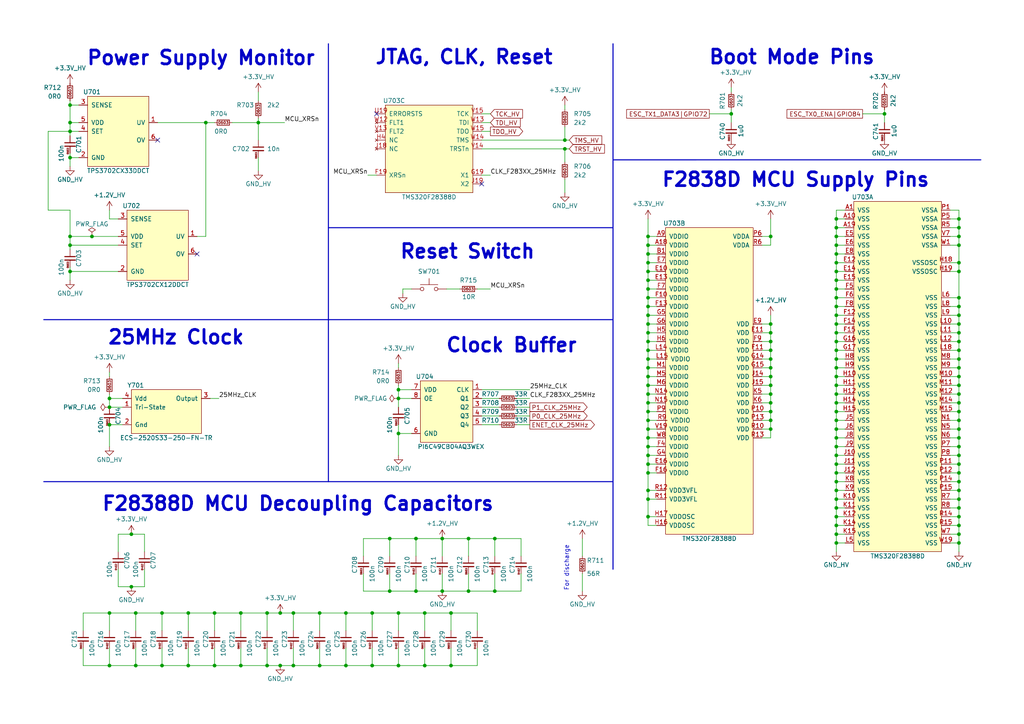
<source format=kicad_sch>
(kicad_sch (version 20250114) (generator "eeschema") (generator_version "9.0")
  (paper "A4")
  (title_block (title "LCB-CCB-01: Control Board - Debugger XDS100  / JTAG") (date "2025-05-27") (rev "1.2.0") (company "PADERBORN UNIVERSITY DEPARTMENT OF POWER ELECTRONICS AND ELECTRICAL DRIVES"))
  (text "Power Supply Monitor" (at 91.694 19.304 0) (effects (font (size 4 4) (bold yes)) (justify right bottom)))
  (text "F2838D MCU Supply Pins" (at 269.875 54.61 0) (effects (font (size 4 4) (bold yes)) (justify right bottom)))
  (text "Reset Switch" (at 155.448 75.438 0) (effects (font (size 4 4) (bold yes)) (justify right bottom)))
  (text "JTAG, CLK, Reset" (at 160.655 19.05 0) (effects (font (size 4 4) (bold yes)) (justify right bottom)))
  (text "F28388D MCU Decoupling Capacitors" (at 143.51 148.59 0) (effects (font (size 4 4) (bold yes)) (justify right bottom)))
  (text "For discharge" (at 165.1 171.45 90) (effects (font (size 1.27 1.27)) (justify left bottom)))
  (text "Clock Buffer" (at 167.64 102.616 0) (effects (font (size 4 4) (bold yes)) (justify right bottom)))
  (text "25MHz Clock" (at 71.12 100.33 0) (effects (font (size 4 4) (bold yes)) (justify right bottom)))
  (text "Boot Mode Pins" (at 254 19.05 0) (effects (font (size 4 4) (bold yes)) (justify right bottom)))
  (junction (at 187.96 109.22))
  (junction (at 242.57 142.24))
  (junction (at 242.57 152.4))
  (junction (at 278.13 66.04))
  (junction (at 223.52 114.3))
  (junction (at 278.13 93.98))
  (junction (at 278.13 106.68))
  (junction (at 187.96 137.16))
  (junction (at 115.57 113.03))
  (junction (at 278.13 114.3))
  (junction (at 278.13 91.44))
  (junction (at 187.96 83.82))
  (junction (at 59.69 35.56))
  (junction (at 242.57 119.38))
  (junction (at 20.32 35.56))
  (junction (at 278.13 109.22))
  (junction (at 74.93 35.56))
  (junction (at 115.57 177.8))
  (junction (at 143.51 156.21))
  (junction (at 212.09 33.02))
  (junction (at 242.57 132.08))
  (junction (at 187.96 121.92))
  (junction (at 115.57 193.04))
  (junction (at 278.13 111.76))
  (junction (at 242.57 121.92))
  (junction (at 123.19 177.8))
  (junction (at 242.57 139.7))
  (junction (at 278.13 99.06))
  (junction (at 31.75 177.8))
  (junction (at 187.96 124.46))
  (junction (at 278.13 149.86))
  (junction (at 120.65 171.45))
  (junction (at 69.85 177.8))
  (junction (at 223.52 109.22))
  (junction (at 38.1 170.18))
  (junction (at 77.47 193.04))
  (junction (at 54.61 193.04))
  (junction (at 107.95 193.04))
  (junction (at 62.23 177.8))
  (junction (at 20.32 71.12))
  (junction (at 187.96 104.14))
  (junction (at 278.13 147.32))
  (junction (at 242.57 99.06))
  (junction (at 278.13 104.14))
  (junction (at 278.13 127))
  (junction (at 187.96 114.3))
  (junction (at 242.57 106.68))
  (junction (at 223.52 111.76))
  (junction (at 187.96 149.86))
  (junction (at 187.96 127))
  (junction (at 120.65 156.21))
  (junction (at 278.13 121.92))
  (junction (at 130.81 177.8))
  (junction (at 187.96 111.76))
  (junction (at 242.57 127))
  (junction (at 278.13 152.4))
  (junction (at 242.57 86.36))
  (junction (at 123.19 193.04))
  (junction (at 278.13 101.6))
  (junction (at 278.13 96.52))
  (junction (at 31.75 118.11))
  (junction (at 163.83 43.18))
  (junction (at 187.96 134.62))
  (junction (at 77.47 177.8))
  (junction (at 115.57 115.57))
  (junction (at 278.13 144.78))
  (junction (at 242.57 71.12))
  (junction (at 278.13 63.5))
  (junction (at 278.13 76.2))
  (junction (at 242.57 68.58))
  (junction (at 278.13 132.08))
  (junction (at 20.32 78.74))
  (junction (at 187.96 119.38))
  (junction (at 223.52 119.38))
  (junction (at 242.57 91.44))
  (junction (at 278.13 134.62))
  (junction (at 20.32 68.58))
  (junction (at 242.57 137.16))
  (junction (at 187.96 93.98))
  (junction (at 187.96 106.68))
  (junction (at 128.27 156.21))
  (junction (at 223.52 68.58))
  (junction (at 278.13 139.7))
  (junction (at 242.57 116.84))
  (junction (at 278.13 157.48))
  (junction (at 135.89 171.45))
  (junction (at 39.37 193.04))
  (junction (at 223.52 121.92))
  (junction (at 242.57 129.54))
  (junction (at 46.99 177.8))
  (junction (at 100.33 177.8))
  (junction (at 223.52 106.68))
  (junction (at 278.13 86.36))
  (junction (at 187.96 116.84))
  (junction (at 20.32 30.48))
  (junction (at 256.54 33.02))
  (junction (at 242.57 111.76))
  (junction (at 85.09 177.8))
  (junction (at 187.96 71.12))
  (junction (at 223.52 99.06))
  (junction (at 242.57 134.62))
  (junction (at 223.52 124.46))
  (junction (at 38.1 154.94))
  (junction (at 242.57 96.52))
  (junction (at 46.99 193.04))
  (junction (at 187.96 132.08))
  (junction (at 187.96 96.52))
  (junction (at 20.32 45.72))
  (junction (at 242.57 73.66))
  (junction (at 62.23 193.04))
  (junction (at 85.09 193.04))
  (junction (at 242.57 157.48))
  (junction (at 187.96 129.54))
  (junction (at 187.96 142.24))
  (junction (at 242.57 88.9))
  (junction (at 242.57 104.14))
  (junction (at 242.57 144.78))
  (junction (at 278.13 88.9))
  (junction (at 242.57 63.5))
  (junction (at 242.57 149.86))
  (junction (at 130.81 193.04))
  (junction (at 128.27 171.45))
  (junction (at 92.71 193.04))
  (junction (at 242.57 76.2))
  (junction (at 187.96 68.58))
  (junction (at 278.13 119.38))
  (junction (at 242.57 154.94))
  (junction (at 223.52 116.84))
  (junction (at 278.13 68.58))
  (junction (at 278.13 142.24))
  (junction (at 135.89 156.21))
  (junction (at 242.57 66.04))
  (junction (at 187.96 99.06))
  (junction (at 187.96 91.44))
  (junction (at 31.75 115.57))
  (junction (at 242.57 81.28))
  (junction (at 242.57 78.74))
  (junction (at 278.13 124.46))
  (junction (at 278.13 129.54))
  (junction (at 39.37 177.8))
  (junction (at 223.52 96.52))
  (junction (at 69.85 193.04))
  (junction (at 242.57 124.46))
  (junction (at 20.32 38.1))
  (junction (at 143.51 171.45))
  (junction (at 278.13 154.94))
  (junction (at 115.57 125.73))
  (junction (at 187.96 86.36))
  (junction (at 187.96 88.9))
  (junction (at 187.96 101.6))
  (junction (at 242.57 93.98))
  (junction (at 187.96 76.2))
  (junction (at 278.13 137.16))
  (junction (at 113.03 156.21))
  (junction (at 107.95 177.8))
  (junction (at 278.13 116.84))
  (junction (at 242.57 147.32))
  (junction (at 242.57 83.82))
  (junction (at 100.33 193.04))
  (junction (at 223.52 101.6))
  (junction (at 223.52 104.14))
  (junction (at 242.57 109.22))
  (junction (at 163.83 40.64))
  (junction (at 26.67 68.58))
  (junction (at 242.57 101.6))
  (junction (at 187.96 78.74))
  (junction (at 278.13 71.12))
  (junction (at 81.28 193.04))
  (junction (at 113.03 171.45))
  (junction (at 31.75 123.19))
  (junction (at 54.61 177.8))
  (junction (at 223.52 93.98))
  (junction (at 187.96 73.66))
  (junction (at 187.96 81.28))
  (junction (at 278.13 78.74))
  (junction (at 92.71 177.8))
  (junction (at 31.75 193.04))
  (junction (at 81.28 177.8))
  (junction (at 187.96 144.78))
  (junction (at 242.57 114.3))
  (no_connect (at 57.15 73.66))
  (no_connect (at 109.22 33.02))
  (no_connect (at 45.72 40.64))
  (no_connect (at 139.7 53.34))
  (wire (pts (xy 62.23 187.96) (xy 62.23 193.04)))
  (wire (pts (xy 135.89 166.37) (xy 135.89 171.45)))
  (wire (pts (xy 245.11 60.96) (xy 242.57 60.96)))
  (wire (pts (xy 275.59 139.7) (xy 278.13 139.7)))
  (wire (pts (xy 187.96 73.66) (xy 187.96 76.2)))
  (wire (pts (xy 35.56 115.57) (xy 31.75 115.57)))
  (wire (pts (xy 245.11 157.48) (xy 242.57 157.48)))
  (wire (pts (xy 113.03 166.37) (xy 113.03 171.45)))
  (wire (pts (xy 242.57 73.66) (xy 242.57 76.2)))
  (wire (pts (xy 245.11 134.62) (xy 242.57 134.62)))
  (wire (pts (xy 46.99 177.8) (xy 54.61 177.8)))
  (wire (pts (xy 223.52 99.06) (xy 223.52 101.6)))
  (wire (pts (xy 139.7 43.18) (xy 163.83 43.18)))
  (wire (pts (xy 149.86 123.19) (xy 153.67 123.19)))
  (wire (pts (xy 20.32 71.12) (xy 20.32 68.58)))
  (wire (pts (xy 119.38 125.73) (xy 115.57 125.73)))
  (wire (pts (xy 77.47 193.04) (xy 81.28 193.04)))
  (wire (pts (xy 278.13 104.14) (xy 278.13 106.68)))
  (wire (pts (xy 143.51 171.45) (xy 151.13 171.45)))
  (wire (pts (xy 220.98 104.14) (xy 223.52 104.14)))
  (wire (pts (xy 242.57 147.32) (xy 242.57 149.86)))
  (wire (pts (xy 245.11 116.84) (xy 242.57 116.84)))
  (wire (pts (xy 245.11 139.7) (xy 242.57 139.7)))
  (wire (pts (xy 107.95 182.88) (xy 107.95 177.8)))
  (wire (pts (xy 69.85 177.8) (xy 77.47 177.8)))
  (wire (pts (xy 115.57 111.76) (xy 115.57 113.03)))
  (wire (pts (xy 105.41 161.29) (xy 105.41 156.21)))
  (wire (pts (xy 115.57 193.04) (xy 123.19 193.04)))
  (wire (pts (xy 190.5 96.52) (xy 187.96 96.52)))
  (wire (pts (xy 139.7 40.64) (xy 163.83 40.64)))
  (wire (pts (xy 34.29 154.94) (xy 38.1 154.94)))
  (wire (pts (xy 187.96 68.58) (xy 187.96 71.12)))
  (wire (pts (xy 138.43 177.8) (xy 138.43 182.88)))
  (wire (pts (xy 39.37 193.04) (xy 46.99 193.04)))
  (wire (pts (xy 20.32 68.58) (xy 26.67 68.58)))
  (wire (pts (xy 54.61 193.04) (xy 62.23 193.04)))
  (wire (pts (xy 163.83 52.07) (xy 163.83 55.88)))
  (polyline (pts (xy 95.25 66.04) (xy 177.8 66.04)) (stroke (width 0.3)))
  (wire (pts (xy 85.09 193.04) (xy 92.71 193.04)))
  (wire (pts (xy 187.96 111.76) (xy 187.96 114.3)))
  (wire (pts (xy 190.5 76.2) (xy 187.96 76.2)))
  (wire (pts (xy 275.59 111.76) (xy 278.13 111.76)))
  (wire (pts (xy 275.59 68.58) (xy 278.13 68.58)))
  (wire (pts (xy 187.96 132.08) (xy 187.96 134.62)))
  (wire (pts (xy 139.7 35.56) (xy 142.24 35.56)))
  (wire (pts (xy 275.59 157.48) (xy 278.13 157.48)))
  (wire (pts (xy 278.13 93.98) (xy 278.13 96.52)))
  (wire (pts (xy 74.93 34.29) (xy 74.93 35.56)))
  (wire (pts (xy 242.57 88.9) (xy 242.57 91.44)))
  (wire (pts (xy 275.59 99.06) (xy 278.13 99.06)))
  (wire (pts (xy 138.43 193.04) (xy 138.43 187.96)))
  (wire (pts (xy 130.81 177.8) (xy 138.43 177.8)))
  (wire (pts (xy 223.52 124.46) (xy 223.52 127)))
  (wire (pts (xy 113.03 161.29) (xy 113.03 156.21)))
  (wire (pts (xy 41.91 165.1) (xy 41.91 170.18)))
  (wire (pts (xy 187.96 127) (xy 187.96 129.54)))
  (wire (pts (xy 187.96 88.9) (xy 187.96 91.44)))
  (wire (pts (xy 115.57 187.96) (xy 115.57 193.04)))
  (wire (pts (xy 60.96 115.57) (xy 63.5 115.57)))
  (wire (pts (xy 39.37 177.8) (xy 46.99 177.8)))
  (wire (pts (xy 278.13 132.08) (xy 278.13 134.62)))
  (wire (pts (xy 24.13 187.96) (xy 24.13 193.04)))
  (wire (pts (xy 139.7 113.03) (xy 153.67 113.03)))
  (wire (pts (xy 163.83 40.64) (xy 165.1 40.64)))
  (wire (pts (xy 139.7 115.57) (xy 144.78 115.57)))
  (wire (pts (xy 242.57 78.74) (xy 242.57 81.28)))
  (wire (pts (xy 242.57 83.82) (xy 242.57 86.36)))
  (polyline (pts (xy 177.8 46.355) (xy 201.93 46.355)) (stroke (width 0) (type solid)))
  (wire (pts (xy 20.32 30.48) (xy 20.32 35.56)))
  (wire (pts (xy 20.32 45.72) (xy 20.32 48.26)))
  (wire (pts (xy 187.96 109.22) (xy 187.96 111.76)))
  (wire (pts (xy 275.59 154.94) (xy 278.13 154.94)))
  (wire (pts (xy 242.57 142.24) (xy 242.57 144.78)))
  (wire (pts (xy 278.13 101.6) (xy 278.13 104.14)))
  (wire (pts (xy 245.11 96.52) (xy 242.57 96.52)))
  (wire (pts (xy 242.57 154.94) (xy 242.57 157.48)))
  (wire (pts (xy 59.69 35.56) (xy 62.23 35.56)))
  (wire (pts (xy 278.13 86.36) (xy 278.13 88.9)))
  (wire (pts (xy 278.13 152.4) (xy 278.13 154.94)))
  (wire (pts (xy 245.11 106.68) (xy 242.57 106.68)))
  (wire (pts (xy 242.57 81.28) (xy 242.57 83.82)))
  (wire (pts (xy 34.29 165.1) (xy 34.29 170.18)))
  (wire (pts (xy 223.52 106.68) (xy 223.52 109.22)))
  (polyline (pts (xy 95.25 12.7) (xy 95.25 92.71)) (stroke (width 0.3)))
  (wire (pts (xy 69.85 182.88) (xy 69.85 177.8)))
  (wire (pts (xy 187.96 63.5) (xy 187.96 68.58)))
  (wire (pts (xy 190.5 129.54) (xy 187.96 129.54)))
  (wire (pts (xy 245.11 124.46) (xy 242.57 124.46)))
  (wire (pts (xy 187.96 134.62) (xy 187.96 137.16)))
  (wire (pts (xy 100.33 182.88) (xy 100.33 177.8)))
  (wire (pts (xy 81.28 177.8) (xy 85.09 177.8)))
  (wire (pts (xy 20.32 78.74) (xy 20.32 81.28)))
  (wire (pts (xy 212.09 33.02) (xy 212.09 35.56)))
  (wire (pts (xy 223.52 109.22) (xy 223.52 111.76)))
  (wire (pts (xy 46.99 187.96) (xy 46.99 193.04)))
  (wire (pts (xy 128.27 171.45) (xy 135.89 171.45)))
  (wire (pts (xy 278.13 119.38) (xy 278.13 121.92)))
  (wire (pts (xy 123.19 193.04) (xy 130.81 193.04)))
  (wire (pts (xy 120.65 161.29) (xy 120.65 156.21)))
  (wire (pts (xy 223.52 111.76) (xy 223.52 114.3)))
  (wire (pts (xy 113.03 156.21) (xy 120.65 156.21)))
  (wire (pts (xy 242.57 91.44) (xy 242.57 93.98)))
  (wire (pts (xy 278.13 88.9) (xy 278.13 91.44)))
  (wire (pts (xy 242.57 66.04) (xy 242.57 68.58)))
  (wire (pts (xy 245.11 121.92) (xy 242.57 121.92)))
  (wire (pts (xy 62.23 177.8) (xy 69.85 177.8)))
  (wire (pts (xy 190.5 99.06) (xy 187.96 99.06)))
  (wire (pts (xy 223.52 114.3) (xy 223.52 116.84)))
  (wire (pts (xy 92.71 182.88) (xy 92.71 177.8)))
  (wire (pts (xy 245.11 68.58) (xy 242.57 68.58)))
  (wire (pts (xy 24.13 177.8) (xy 31.75 177.8)))
  (wire (pts (xy 187.96 101.6) (xy 187.96 104.14)))
  (wire (pts (xy 22.86 30.48) (xy 20.32 30.48)))
  (wire (pts (xy 120.65 171.45) (xy 128.27 171.45)))
  (wire (pts (xy 57.15 68.58) (xy 59.69 68.58)))
  (wire (pts (xy 123.19 177.8) (xy 130.81 177.8)))
  (wire (pts (xy 54.61 182.88) (xy 54.61 177.8)))
  (wire (pts (xy 242.57 152.4) (xy 242.57 154.94)))
  (wire (pts (xy 242.57 137.16) (xy 242.57 139.7)))
  (wire (pts (xy 278.13 63.5) (xy 278.13 66.04)))
  (wire (pts (xy 245.11 137.16) (xy 242.57 137.16)))
  (wire (pts (xy 220.98 71.12) (xy 223.52 71.12)))
  (wire (pts (xy 242.57 96.52) (xy 242.57 99.06)))
  (wire (pts (xy 34.29 160.02) (xy 34.29 154.94)))
  (wire (pts (xy 278.13 149.86) (xy 278.13 152.4)))
  (wire (pts (xy 278.13 134.62) (xy 278.13 137.16)))
  (wire (pts (xy 245.11 73.66) (xy 242.57 73.66)))
  (wire (pts (xy 245.11 93.98) (xy 242.57 93.98)))
  (wire (pts (xy 190.5 127) (xy 187.96 127)))
  (wire (pts (xy 242.57 134.62) (xy 242.57 137.16)))
  (wire (pts (xy 242.57 60.96) (xy 242.57 63.5)))
  (wire (pts (xy 278.13 142.24) (xy 278.13 144.78)))
  (wire (pts (xy 220.98 96.52) (xy 223.52 96.52)))
  (wire (pts (xy 115.57 105.41) (xy 115.57 106.68)))
  (wire (pts (xy 278.13 106.68) (xy 278.13 109.22)))
  (wire (pts (xy 119.38 83.82) (xy 116.84 83.82)))
  (wire (pts (xy 46.99 182.88) (xy 46.99 177.8)))
  (wire (pts (xy 190.5 114.3) (xy 187.96 114.3)))
  (wire (pts (xy 26.67 68.58) (xy 34.29 68.58)))
  (wire (pts (xy 20.32 78.74) (xy 20.32 77.47)))
  (wire (pts (xy 20.32 35.56) (xy 20.32 38.1)))
  (wire (pts (xy 245.11 142.24) (xy 242.57 142.24)))
  (wire (pts (xy 190.5 71.12) (xy 187.96 71.12)))
  (wire (pts (xy 275.59 71.12) (xy 278.13 71.12)))
  (wire (pts (xy 168.91 156.21) (xy 168.91 161.29)))
  (wire (pts (xy 245.11 144.78) (xy 242.57 144.78)))
  (wire (pts (xy 31.75 177.8) (xy 39.37 177.8)))
  (wire (pts (xy 187.96 106.68) (xy 187.96 109.22)))
  (wire (pts (xy 190.5 149.86) (xy 187.96 149.86)))
  (wire (pts (xy 220.98 106.68) (xy 223.52 106.68)))
  (wire (pts (xy 120.65 156.21) (xy 128.27 156.21)))
  (wire (pts (xy 278.13 129.54) (xy 278.13 132.08)))
  (wire (pts (xy 190.5 134.62) (xy 187.96 134.62)))
  (wire (pts (xy 242.57 119.38) (xy 242.57 121.92)))
  (wire (pts (xy 135.89 161.29) (xy 135.89 156.21)))
  (wire (pts (xy 119.38 115.57) (xy 115.57 115.57)))
  (wire (pts (xy 190.5 93.98) (xy 187.96 93.98)))
  (wire (pts (xy 242.57 139.7) (xy 242.57 142.24)))
  (wire (pts (xy 59.69 68.58) (xy 59.69 35.56)))
  (wire (pts (xy 190.5 144.78) (xy 187.96 144.78)))
  (wire (pts (xy 242.57 93.98) (xy 242.57 96.52)))
  (wire (pts (xy 31.75 193.04) (xy 39.37 193.04)))
  (wire (pts (xy 187.96 114.3) (xy 187.96 116.84)))
  (wire (pts (xy 245.11 111.76) (xy 242.57 111.76)))
  (wire (pts (xy 278.13 137.16) (xy 278.13 139.7)))
  (wire (pts (xy 278.13 154.94) (xy 278.13 157.48)))
  (wire (pts (xy 275.59 147.32) (xy 278.13 147.32)))
  (wire (pts (xy 20.32 72.39) (xy 20.32 71.12)))
  (wire (pts (xy 278.13 139.7) (xy 278.13 142.24)))
  (wire (pts (xy 113.03 171.45) (xy 120.65 171.45)))
  (wire (pts (xy 38.1 154.94) (xy 41.91 154.94)))
  (wire (pts (xy 223.52 104.14) (xy 223.52 106.68)))
  (wire (pts (xy 100.33 177.8) (xy 107.95 177.8)))
  (wire (pts (xy 62.23 193.04) (xy 69.85 193.04)))
  (wire (pts (xy 187.96 78.74) (xy 187.96 81.28)))
  (wire (pts (xy 278.13 157.48) (xy 278.13 160.02)))
  (wire (pts (xy 34.29 63.5) (xy 31.75 63.5)))
  (wire (pts (xy 190.5 83.82) (xy 187.96 83.82)))
  (wire (pts (xy 242.57 121.92) (xy 242.57 124.46)))
  (wire (pts (xy 190.5 101.6) (xy 187.96 101.6)))
  (polyline (pts (xy 177.8 35.56) (xy 177.8 46.355)) (stroke (width 0) (type solid)))
  (wire (pts (xy 245.11 104.14) (xy 242.57 104.14)))
  (wire (pts (xy 275.59 124.46) (xy 278.13 124.46)))
  (wire (pts (xy 100.33 187.96) (xy 100.33 193.04)))
  (wire (pts (xy 31.75 123.19) (xy 31.75 129.54)))
  (wire (pts (xy 187.96 96.52) (xy 187.96 99.06)))
  (wire (pts (xy 187.96 91.44) (xy 187.96 93.98)))
  (wire (pts (xy 74.93 45.72) (xy 74.93 49.53)))
  (wire (pts (xy 190.5 91.44) (xy 187.96 91.44)))
  (wire (pts (xy 242.57 99.06) (xy 242.57 101.6)))
  (wire (pts (xy 220.98 114.3) (xy 223.52 114.3)))
  (wire (pts (xy 250.19 33.02) (xy 256.54 33.02)))
  (wire (pts (xy 20.32 68.58) (xy 20.32 60.96)))
  (wire (pts (xy 278.13 111.76) (xy 278.13 114.3)))
  (wire (pts (xy 275.59 104.14) (xy 278.13 104.14)))
  (wire (pts (xy 245.11 83.82) (xy 242.57 83.82)))
  (wire (pts (xy 275.59 152.4) (xy 278.13 152.4)))
  (wire (pts (xy 115.57 115.57) (xy 115.57 113.03)))
  (wire (pts (xy 130.81 182.88) (xy 130.81 177.8)))
  (wire (pts (xy 31.75 109.22) (xy 31.75 107.95)))
  (wire (pts (xy 245.11 99.06) (xy 242.57 99.06)))
  (wire (pts (xy 22.86 45.72) (xy 20.32 45.72)))
  (wire (pts (xy 54.61 187.96) (xy 54.61 193.04)))
  (wire (pts (xy 223.52 116.84) (xy 223.52 119.38)))
  (wire (pts (xy 275.59 91.44) (xy 278.13 91.44)))
  (wire (pts (xy 278.13 116.84) (xy 278.13 119.38)))
  (wire (pts (xy 278.13 68.58) (xy 278.13 71.12)))
  (wire (pts (xy 139.7 38.1) (xy 142.24 38.1)))
  (wire (pts (xy 46.99 193.04) (xy 54.61 193.04)))
  (polyline (pts (xy 12.7 92.71) (xy 177.8 92.71)) (stroke (width 0.3)))
  (wire (pts (xy 205.74 33.02) (xy 212.09 33.02)))
  (wire (pts (xy 92.71 193.04) (xy 100.33 193.04)))
  (wire (pts (xy 242.57 76.2) (xy 242.57 78.74)))
  (wire (pts (xy 220.98 109.22) (xy 223.52 109.22)))
  (wire (pts (xy 139.7 118.11) (xy 144.78 118.11)))
  (wire (pts (xy 92.71 187.96) (xy 92.71 193.04)))
  (wire (pts (xy 85.09 187.96) (xy 85.09 193.04)))
  (wire (pts (xy 130.81 187.96) (xy 130.81 193.04)))
  (wire (pts (xy 275.59 96.52) (xy 278.13 96.52)))
  (wire (pts (xy 190.5 152.4) (xy 187.96 152.4)))
  (wire (pts (xy 39.37 182.88) (xy 39.37 177.8)))
  (wire (pts (xy 275.59 66.04) (xy 278.13 66.04)))
  (wire (pts (xy 149.86 118.11) (xy 153.67 118.11)))
  (wire (pts (xy 275.59 137.16) (xy 278.13 137.16)))
  (wire (pts (xy 245.11 152.4) (xy 242.57 152.4)))
  (wire (pts (xy 35.56 118.11) (xy 31.75 118.11)))
  (wire (pts (xy 163.83 30.48) (xy 163.83 31.75)))
  (wire (pts (xy 31.75 115.57) (xy 31.75 114.3)))
  (wire (pts (xy 245.11 71.12) (xy 242.57 71.12)))
  (wire (pts (xy 245.11 101.6) (xy 242.57 101.6)))
  (wire (pts (xy 245.11 147.32) (xy 242.57 147.32)))
  (wire (pts (xy 220.98 111.76) (xy 223.52 111.76)))
  (wire (pts (xy 20.32 44.45) (xy 20.32 45.72)))
  (wire (pts (xy 275.59 101.6) (xy 278.13 101.6)))
  (wire (pts (xy 190.5 86.36) (xy 187.96 86.36)))
  (wire (pts (xy 34.29 170.18) (xy 38.1 170.18)))
  (wire (pts (xy 187.96 76.2) (xy 187.96 78.74)))
  (wire (pts (xy 223.52 121.92) (xy 223.52 124.46)))
  (wire (pts (xy 115.57 125.73) (xy 115.57 132.08)))
  (wire (pts (xy 242.57 111.76) (xy 242.57 114.3)))
  (wire (pts (xy 275.59 121.92) (xy 278.13 121.92)))
  (wire (pts (xy 45.72 35.56) (xy 59.69 35.56)))
  (wire (pts (xy 187.96 137.16) (xy 187.96 142.24)))
  (wire (pts (xy 20.32 78.74) (xy 34.29 78.74)))
  (wire (pts (xy 41.91 160.02) (xy 41.91 154.94)))
  (wire (pts (xy 119.38 113.03) (xy 115.57 113.03)))
  (wire (pts (xy 130.81 193.04) (xy 138.43 193.04)))
  (wire (pts (xy 275.59 132.08) (xy 278.13 132.08)))
  (wire (pts (xy 187.96 71.12) (xy 187.96 73.66)))
  (wire (pts (xy 187.96 83.82) (xy 187.96 86.36)))
  (wire (pts (xy 245.11 88.9) (xy 242.57 88.9)))
  (wire (pts (xy 245.11 78.74) (xy 242.57 78.74)))
  (wire (pts (xy 190.5 78.74) (xy 187.96 78.74)))
  (wire (pts (xy 190.5 119.38) (xy 187.96 119.38)))
  (wire (pts (xy 245.11 63.5) (xy 242.57 63.5)))
  (wire (pts (xy 135.89 156.21) (xy 143.51 156.21)))
  (wire (pts (xy 151.13 166.37) (xy 151.13 171.45)))
  (polyline (pts (xy 177.8 12.7) (xy 177.8 165.1)) (stroke (width 0.3)))
  (wire (pts (xy 139.7 123.19) (xy 144.78 123.19)))
  (wire (pts (xy 275.59 60.96) (xy 278.13 60.96)))
  (wire (pts (xy 190.5 124.46) (xy 187.96 124.46)))
  (wire (pts (xy 278.13 127) (xy 278.13 129.54)))
  (wire (pts (xy 190.5 106.68) (xy 187.96 106.68)))
  (wire (pts (xy 275.59 78.74) (xy 278.13 78.74)))
  (wire (pts (xy 24.13 193.04) (xy 31.75 193.04)))
  (wire (pts (xy 54.61 177.8) (xy 62.23 177.8)))
  (wire (pts (xy 74.93 35.56) (xy 82.55 35.56)))
  (wire (pts (xy 100.33 193.04) (xy 107.95 193.04)))
  (wire (pts (xy 62.23 182.88) (xy 62.23 177.8)))
  (wire (pts (xy 20.32 71.12) (xy 34.29 71.12)))
  (wire (pts (xy 187.96 119.38) (xy 187.96 121.92)))
  (wire (pts (xy 245.11 149.86) (xy 242.57 149.86)))
  (wire (pts (xy 275.59 109.22) (xy 278.13 109.22)))
  (wire (pts (xy 242.57 132.08) (xy 242.57 134.62)))
  (wire (pts (xy 245.11 91.44) (xy 242.57 91.44)))
  (wire (pts (xy 115.57 115.57) (xy 115.57 118.11)))
  (wire (pts (xy 31.75 63.5) (xy 31.75 60.96)))
  (wire (pts (xy 245.11 76.2) (xy 242.57 76.2)))
  (wire (pts (xy 220.98 127) (xy 223.52 127)))
  (wire (pts (xy 223.52 91.44) (xy 223.52 93.98)))
  (wire (pts (xy 223.52 68.58) (xy 223.52 63.5)))
  (wire (pts (xy 139.7 120.65) (xy 144.78 120.65)))
  (wire (pts (xy 187.96 86.36) (xy 187.96 88.9)))
  (wire (pts (xy 139.7 33.02) (xy 142.24 33.02)))
  (wire (pts (xy 242.57 149.86) (xy 242.57 152.4)))
  (wire (pts (xy 105.41 156.21) (xy 113.03 156.21)))
  (wire (pts (xy 105.41 171.45) (xy 113.03 171.45)))
  (wire (pts (xy 190.5 109.22) (xy 187.96 109.22)))
  (wire (pts (xy 31.75 187.96) (xy 31.75 193.04)))
  (wire (pts (xy 190.5 116.84) (xy 187.96 116.84)))
  (wire (pts (xy 143.51 156.21) (xy 151.13 156.21)))
  (wire (pts (xy 135.89 171.45) (xy 143.51 171.45)))
  (wire (pts (xy 190.5 111.76) (xy 187.96 111.76)))
  (wire (pts (xy 245.11 127) (xy 242.57 127)))
  (wire (pts (xy 77.47 182.88) (xy 77.47 177.8)))
  (wire (pts (xy 245.11 114.3) (xy 242.57 114.3)))
  (wire (pts (xy 242.57 114.3) (xy 242.57 116.84)))
  (wire (pts (xy 190.5 137.16) (xy 187.96 137.16)))
  (wire (pts (xy 220.98 99.06) (xy 223.52 99.06)))
  (wire (pts (xy 187.96 129.54) (xy 187.96 132.08)))
  (wire (pts (xy 275.59 119.38) (xy 278.13 119.38)))
  (wire (pts (xy 278.13 121.92) (xy 278.13 124.46)))
  (wire (pts (xy 77.47 187.96) (xy 77.47 193.04)))
  (polyline (pts (xy 12.7 139.7) (xy 177.8 139.7)) (stroke (width 0.3)))
  (wire (pts (xy 223.52 101.6) (xy 223.52 104.14)))
  (wire (pts (xy 120.65 166.37) (xy 120.65 171.45)))
  (wire (pts (xy 20.32 38.1) (xy 20.32 39.37)))
  (wire (pts (xy 275.59 63.5) (xy 278.13 63.5)))
  (wire (pts (xy 163.83 43.18) (xy 165.1 43.18)))
  (wire (pts (xy 22.86 38.1) (xy 20.32 38.1)))
  (wire (pts (xy 242.57 127) (xy 242.57 129.54)))
  (wire (pts (xy 92.71 177.8) (xy 100.33 177.8)))
  (wire (pts (xy 190.5 73.66) (xy 187.96 73.66)))
  (wire (pts (xy 245.11 66.04) (xy 242.57 66.04)))
  (wire (pts (xy 187.96 149.86) (xy 187.96 152.4)))
  (wire (pts (xy 163.83 43.18) (xy 163.83 46.99)))
  (wire (pts (xy 275.59 134.62) (xy 278.13 134.62)))
  (wire (pts (xy 109.22 50.8) (xy 106.68 50.8)))
  (wire (pts (xy 105.41 166.37) (xy 105.41 171.45)))
  (wire (pts (xy 245.11 129.54) (xy 242.57 129.54)))
  (wire (pts (xy 242.57 144.78) (xy 242.57 147.32)))
  (wire (pts (xy 278.13 124.46) (xy 278.13 127)))
  (wire (pts (xy 275.59 142.24) (xy 278.13 142.24)))
  (wire (pts (xy 275.59 114.3) (xy 278.13 114.3)))
  (wire (pts (xy 245.11 81.28) (xy 242.57 81.28)))
  (wire (pts (xy 220.98 119.38) (xy 223.52 119.38)))
  (wire (pts (xy 187.96 124.46) (xy 187.96 127)))
  (wire (pts (xy 143.51 166.37) (xy 143.51 171.45)))
  (wire (pts (xy 115.57 182.88) (xy 115.57 177.8)))
  (wire (pts (xy 187.96 144.78) (xy 187.96 149.86)))
  (wire (pts (xy 242.57 71.12) (xy 242.57 73.66)))
  (wire (pts (xy 278.13 96.52) (xy 278.13 99.06)))
  (wire (pts (xy 220.98 101.6) (xy 223.52 101.6)))
  (wire (pts (xy 242.57 68.58) (xy 242.57 71.12)))
  (wire (pts (xy 275.59 88.9) (xy 278.13 88.9)))
  (wire (pts (xy 190.5 104.14) (xy 187.96 104.14)))
  (wire (pts (xy 220.98 124.46) (xy 223.52 124.46)))
  (polyline (pts (xy 177.8 46.355) (xy 284.48 46.355)) (stroke (width 0.3)))
  (wire (pts (xy 128.27 166.37) (xy 128.27 171.45)))
  (wire (pts (xy 115.57 177.8) (xy 123.19 177.8)))
  (wire (pts (xy 138.43 83.82) (xy 142.24 83.82)))
  (wire (pts (xy 128.27 156.21) (xy 135.89 156.21)))
  (wire (pts (xy 190.5 68.58) (xy 187.96 68.58)))
  (wire (pts (xy 212.09 31.75) (xy 212.09 33.02)))
  (wire (pts (xy 223.52 93.98) (xy 223.52 96.52)))
  (wire (pts (xy 107.95 187.96) (xy 107.95 193.04)))
  (wire (pts (xy 242.57 86.36) (xy 242.57 88.9)))
  (wire (pts (xy 245.11 154.94) (xy 242.57 154.94)))
  (wire (pts (xy 190.5 81.28) (xy 187.96 81.28)))
  (wire (pts (xy 187.96 121.92) (xy 187.96 124.46)))
  (wire (pts (xy 223.52 96.52) (xy 223.52 99.06)))
  (wire (pts (xy 242.57 129.54) (xy 242.57 132.08)))
  (wire (pts (xy 74.93 26.67) (xy 74.93 29.21)))
  (wire (pts (xy 81.28 193.04) (xy 85.09 193.04)))
  (wire (pts (xy 123.19 187.96) (xy 123.19 193.04)))
  (wire (pts (xy 107.95 177.8) (xy 115.57 177.8)))
  (wire (pts (xy 275.59 93.98) (xy 278.13 93.98)))
  (wire (pts (xy 128.27 161.29) (xy 128.27 156.21)))
  (wire (pts (xy 69.85 187.96) (xy 69.85 193.04)))
  (wire (pts (xy 242.57 116.84) (xy 242.57 119.38)))
  (wire (pts (xy 278.13 144.78) (xy 278.13 147.32)))
  (polyline (pts (xy 95.25 92.71) (xy 95.25 139.7)) (stroke (width 0.3)))
  (wire (pts (xy 107.95 193.04) (xy 115.57 193.04)))
  (wire (pts (xy 278.13 114.3) (xy 278.13 116.84)))
  (wire (pts (xy 245.11 132.08) (xy 242.57 132.08)))
  (wire (pts (xy 275.59 144.78) (xy 278.13 144.78)))
  (wire (pts (xy 31.75 182.88) (xy 31.75 177.8)))
  (wire (pts (xy 256.54 31.75) (xy 256.54 33.02)))
  (wire (pts (xy 220.98 93.98) (xy 223.52 93.98)))
  (wire (pts (xy 20.32 60.96) (xy 13.97 60.96)))
  (wire (pts (xy 123.19 182.88) (xy 123.19 177.8)))
  (wire (pts (xy 223.52 119.38) (xy 223.52 121.92)))
  (wire (pts (xy 20.32 29.21) (xy 20.32 30.48)))
  (wire (pts (xy 278.13 109.22) (xy 278.13 111.76)))
  (wire (pts (xy 220.98 68.58) (xy 223.52 68.58)))
  (wire (pts (xy 187.96 104.14) (xy 187.96 106.68)))
  (wire (pts (xy 275.59 106.68) (xy 278.13 106.68)))
  (wire (pts (xy 245.11 109.22) (xy 242.57 109.22)))
  (wire (pts (xy 187.96 116.84) (xy 187.96 119.38)))
  (wire (pts (xy 149.86 115.57) (xy 153.67 115.57)))
  (wire (pts (xy 149.86 120.65) (xy 153.67 120.65)))
  (wire (pts (xy 38.1 170.18) (xy 41.91 170.18)))
  (wire (pts (xy 13.97 38.1) (xy 20.32 38.1)))
  (wire (pts (xy 190.5 121.92) (xy 187.96 121.92)))
  (wire (pts (xy 187.96 99.06) (xy 187.96 101.6)))
  (wire (pts (xy 168.91 166.37) (xy 168.91 171.45)))
  (wire (pts (xy 278.13 91.44) (xy 278.13 93.98)))
  (wire (pts (xy 220.98 116.84) (xy 223.52 116.84)))
  (wire (pts (xy 275.59 86.36) (xy 278.13 86.36)))
  (wire (pts (xy 85.09 182.88) (xy 85.09 177.8)))
  (wire (pts (xy 278.13 78.74) (xy 278.13 86.36)))
  (wire (pts (xy 242.57 157.48) (xy 242.57 160.02)))
  (wire (pts (xy 275.59 116.84) (xy 278.13 116.84)))
  (wire (pts (xy 24.13 182.88) (xy 24.13 177.8)))
  (wire (pts (xy 212.09 25.4) (xy 212.09 26.67)))
  (wire (pts (xy 151.13 161.29) (xy 151.13 156.21)))
  (wire (pts (xy 22.86 35.56) (xy 20.32 35.56)))
  (wire (pts (xy 190.5 142.24) (xy 187.96 142.24)))
  (wire (pts (xy 256.54 33.02) (xy 256.54 35.56)))
  (wire (pts (xy 275.59 76.2) (xy 278.13 76.2)))
  (wire (pts (xy 31.75 115.57) (xy 31.75 118.11)))
  (wire (pts (xy 187.96 93.98) (xy 187.96 96.52)))
  (wire (pts (xy 129.54 83.82) (xy 133.35 83.82)))
  (wire (pts (xy 143.51 161.29) (xy 143.51 156.21)))
  (wire (pts (xy 35.56 123.19) (xy 31.75 123.19)))
  (wire (pts (xy 242.57 106.68) (xy 242.57 109.22)))
  (wire (pts (xy 85.09 177.8) (xy 92.71 177.8)))
  (wire (pts (xy 242.57 124.46) (xy 242.57 127)))
  (wire (pts (xy 190.5 132.08) (xy 187.96 132.08)))
  (wire (pts (xy 278.13 99.06) (xy 278.13 101.6)))
  (wire (pts (xy 275.59 129.54) (xy 278.13 129.54)))
  (wire (pts (xy 223.52 71.12) (xy 223.52 68.58)))
  (wire (pts (xy 139.7 50.8) (xy 142.24 50.8)))
  (wire (pts (xy 278.13 66.04) (xy 278.13 68.58)))
  (wire (pts (xy 278.13 71.12) (xy 278.13 76.2)))
  (wire (pts (xy 275.59 149.86) (xy 278.13 149.86)))
  (wire (pts (xy 278.13 60.96) (xy 278.13 63.5)))
  (wire (pts (xy 278.13 76.2) (xy 278.13 78.74)))
  (wire (pts (xy 116.84 83.82) (xy 116.84 85.09)))
  (wire (pts (xy 74.93 35.56) (xy 74.93 40.64)))
  (wire (pts (xy 275.59 127) (xy 278.13 127)))
  (wire (pts (xy 278.13 147.32) (xy 278.13 149.86)))
  (wire (pts (xy 187.96 142.24) (xy 187.96 144.78)))
  (wire (pts (xy 163.83 36.83) (xy 163.83 40.64)))
  (wire (pts (xy 242.57 104.14) (xy 242.57 106.68)))
  (wire (pts (xy 13.97 60.96) (xy 13.97 38.1)))
  (wire (pts (xy 115.57 125.73) (xy 115.57 123.19)))
  (wire (pts (xy 245.11 86.36) (xy 242.57 86.36)))
  (wire (pts (xy 220.98 121.92) (xy 223.52 121.92)))
  (wire (pts (xy 77.47 177.8) (xy 81.28 177.8)))
  (wire (pts (xy 190.5 88.9) (xy 187.96 88.9)))
  (wire (pts (xy 242.57 109.22) (xy 242.57 111.76)))
  (wire (pts (xy 242.57 101.6) (xy 242.57 104.14)))
  (wire (pts (xy 39.37 187.96) (xy 39.37 193.04)))
  (wire (pts (xy 245.11 119.38) (xy 242.57 119.38)))
  (wire (pts (xy 187.96 81.28) (xy 187.96 83.82)))
  (wire (pts (xy 242.57 63.5) (xy 242.57 66.04)))
  (wire (pts (xy 69.85 193.04) (xy 77.47 193.04)))
  (wire (pts (xy 67.31 35.56) (xy 74.93 35.56)))
  (label "CLK_F283XX_25MHz" (at 153.67 115.57 0))
  (label "MCU_XRSn" (at 82.55 35.56 0))
  (label "25MHz_CLK" (at 153.67 113.03 0))
  (label "MCU_XRSn" (at 142.24 83.82 0))
  (label "MCU_XRSn" (at 106.68 50.8 180))
  (label "25MHz_CLK" (at 63.5 115.57 0))
  (label "CLK_F283XX_25MHz" (at 142.24 50.8 0))
  (global_label "TMS_HV" (shape input) (at 165.1 40.64 0) (property "Intersheetrefs" "${INTERSHEET_REFS}" (effects (hide yes))))
  (global_label "P1_CLK_25MHz" (shape output) (at 153.67 118.11 0) (property "Intersheetrefs" "${INTERSHEET_REFS}" (effects (hide yes))))
  (global_label "TRST_HV" (shape input) (at 165.1 43.18 0) (property "Intersheetrefs" "${INTERSHEET_REFS}" (effects (hide yes))))
  (global_label "ESC_TX1_DATA3|GPIO72" (shape passive) (at 205.74 33.02 180) (property "Intersheetrefs" "${INTERSHEET_REFS}" (effects (hide yes))))
  (global_label "P0_CLK_25MHz" (shape output) (at 153.67 120.65 0) (property "Intersheetrefs" "${INTERSHEET_REFS}" (effects (hide yes))))
  (global_label "TDI_HV" (shape input) (at 142.24 35.56 0) (property "Intersheetrefs" "${INTERSHEET_REFS}" (effects (hide yes))))
  (global_label "TCK_HV" (shape input) (at 142.24 33.02 0) (property "Intersheetrefs" "${INTERSHEET_REFS}" (effects (hide yes))))
  (global_label "TDO_HV" (shape output) (at 142.24 38.1 0) (property "Intersheetrefs" "${INTERSHEET_REFS}" (effects (hide yes))))
  (global_label "ENET_CLK_25MHz" (shape output) (at 153.67 123.19 0) (property "Intersheetrefs" "${INTERSHEET_REFS}" (effects (hide yes))))
  (global_label "ESC_TX0_ENA|GPIO84" (shape passive) (at 250.19 33.02 180) (property "Intersheetrefs" "${INTERSHEET_REFS}" (effects (hide yes))))
  (symbol (lib_id "LEA_SymbolLibrary:TMS320F2838xDZWT") (at 260.35 86.36 0) (unit 1)
    (property "Reference" "U703" (at 250.19 57.15 0))
    (property "Value" "TMS320F28388D" (at 260.35 161.29 0))
    (property "Footprint" "LEA_FootprintLibrary:BGA-361_19x19_16.0x16.0mm" (effects (hide yes)))
    (property "Datasheet" "https://www.ti.com/lit/ds/symlink/tms320f28388d.pdf?ts=1737445638002&ref_url=https%253A%252F%252Fwww.ti.com%252Fproduct%252FTMS320F28388D%253Futm_source%253Dgoogle%2526utm_medium%253Dcpc%2526utm_campaign%253Depd-c2x-null-44700045336317470_prodfolderdynamic-cpc-pf-google-eu_en_int%2526utm_content%253Dprodfolddynamic%2526ds_k%253DDYNAMIC+SEARCH+ADS%2526DCM%253Dyes%2526gad_source%253D1%2526gclid%253DCj0KCQiAhbi8BhDIARIsAJLOluf-BRnn9_BCuTOW0jeRTzfLLcogZmJHk1Dk0SmSWdGUQogYczd8M8MaAoO-EALw_wcB%2526gclsrc%253Daw.ds" (effects (hide yes)))
    (property "Description" "MCU C2000 32-bit, Dual-core C28x architecture" (effects (hide yes)))
    (property "Manufacturer" "Texas Instruments" (effects (hide yes)))
    (property "manf#" "F28388DZWTSR" (effects (hide yes)))
    (property "mouser#" "595-F28388DZWTSR" (effects (hide yes)))
  )
  (symbol (lib_id "LEA_SymbolLibrary:GND_HV") (at 278.13 160.02 0) (unit 1)
    (property "Reference" "#PWR0725" (effects (hide yes)))
    (property "Value" "GND_HV" (at 278.13 163.83 0))
    (property "Description" "Power symbol creates a global label with name \"GND_HV\" , ground" (effects (hide yes)))
  )
  (symbol (lib_id "LEA_SymbolLibrary:GND_HV") (at 242.57 160.02 0) (unit 1)
    (property "Reference" "#PWR0724" (effects (hide yes)))
    (property "Value" "GND_HV" (at 242.57 163.83 0))
    (property "Description" "Power symbol creates a global label with name \"GND_HV\" , ground" (effects (hide yes)))
  )
  (symbol (lib_id "LEA_SymbolLibrary:TMS320F2838xDZWT") (at 124.46 66.04 0) (unit 3)
    (property "Reference" "U703" (at 114.3 29.21 0))
    (property "Value" "TMS320F28388D" (at 124.46 57.15 0))
    (property "Footprint" "LEA_FootprintLibrary:BGA-361_19x19_16.0x16.0mm" (effects (hide yes)))
    (property "Datasheet" "https://www.ti.com/lit/ds/symlink/tms320f28388d.pdf?ts=1737445638002&ref_url=https%253A%252F%252Fwww.ti.com%252Fproduct%252FTMS320F28388D%253Futm_source%253Dgoogle%2526utm_medium%253Dcpc%2526utm_campaign%253Depd-c2x-null-44700045336317470_prodfolderdynamic-cpc-pf-google-eu_en_int%2526utm_content%253Dprodfolddynamic%2526ds_k%253DDYNAMIC+SEARCH+ADS%2526DCM%253Dyes%2526gad_source%253D1%2526gclid%253DCj0KCQiAhbi8BhDIARIsAJLOluf-BRnn9_BCuTOW0jeRTzfLLcogZmJHk1Dk0SmSWdGUQogYczd8M8MaAoO-EALw_wcB%2526gclsrc%253Daw.ds" (effects (hide yes)))
    (property "Description" "MCU C2000 32-bit, Dual-core C28x architecture" (effects (hide yes)))
    (property "Manufacturer" "Texas Instruments" (effects (hide yes)))
    (property "manf#" "F28388DZWTSR" (effects (hide yes)))
    (property "mouser#" "595-F28388DZWTSR" (effects (hide yes)))
  )
  (symbol (lib_id "LEA_SymbolLibrary:+3.3V_HV") (at 163.83 30.48 0) (unit 1)
    (property "Reference" "#PWR0707" (effects (hide yes)))
    (property "Value" "+3.3V_HV" (at 163.83 26.0858 0))
    (property "Description" "Power symbol creates a global label with name \"+3.3V_HV\"" (effects (hide yes)))
  )
  (symbol (lib_id "LEA_SymbolLibrary:ECS-2520S33-250-FN-TR") (at 48.26 118.11 0) (unit 1)
    (property "Reference" "Y701" (at 39.37 111.76 0))
    (property "Value" "ECS-2520S33-250-FN-TR" (at 48.26 127 0))
    (property "Footprint" "LEA_FootprintLibrary:Osc_ECS_2.5x2" (effects (hide yes)))
    (property "Datasheet" "https://www.mouser.de/datasheet/2/122/ECS_2520S-1064133.pdf" (effects (hide yes)))
    (property "Description" "Standard Clock Oscillators 25MHz 3.3V 10ppm -40C +85C" (effects (hide yes)))
    (property "Manufacturer" "ECS" (effects (hide yes)))
    (property "mouser#" "520-2520S33-250-FNT" (effects (hide yes)))
    (property "manf#" "ECS-2520S33-250-FN-TR" (effects (hide yes)))
  )
  (symbol (lib_id "LEA_SymbolLibrary:+3.3V_HV") (at 31.75 107.95 0) (unit 1)
    (property "Reference" "#PWR0718" (effects (hide yes)))
    (property "Value" "+3.3V_HV" (at 31.75 103.5558 0))
    (property "Description" "Power symbol creates a global label with name \"+3.3V_HV\"" (effects (hide yes)))
  )
  (symbol (lib_id "LEA_SymbolLibrary:GND_HV") (at 31.75 129.54 0) (unit 1)
    (property "Reference" "#PWR0719" (effects (hide yes)))
    (property "Value" "GND_HV" (at 31.75 133.35 0))
    (property "Description" "Power symbol creates a global label with name \"GND_HV\" , ground" (effects (hide yes)))
  )
  (symbol (lib_id "LEA_SymbolLibrary:C_0603_100n_X5R_10P__50V") (at 31.75 120.65 0) (unit 1) (exclude_from_sim yes)
    (property "Reference" "C704" (at 34.29 123.19 90) (effects (justify left)))
    (property "Value" "100n" (at 29.21 125.73 90) (effects (justify left)))
    (property "Footprint" "LEA_FootprintLibrary:C_0603" (effects (hide yes)))
    (property "Description" "Capacitor 0603" (effects (hide yes)))
    (property "Manufacturer" "TDK" (effects (hide yes)))
    (property "manf#" "C1608X5R1H104K" (effects (hide yes)))
    (property "mouser#" "810-C1608X5R1H104K" (effects (hide yes)))
  )
  (symbol (lib_id "LEA_SymbolLibrary:TMS320F2838xDZWT") (at 205.74 78.74 0) (unit 2)
    (property "Reference" "U703" (at 195.58 64.77 0))
    (property "Value" "TMS320F28388D" (at 205.74 156.21 0))
    (property "Footprint" "LEA_FootprintLibrary:BGA-361_19x19_16.0x16.0mm" (effects (hide yes)))
    (property "Datasheet" "https://www.ti.com/lit/ds/symlink/tms320f28388d.pdf?ts=1737445638002&ref_url=https%253A%252F%252Fwww.ti.com%252Fproduct%252FTMS320F28388D%253Futm_source%253Dgoogle%2526utm_medium%253Dcpc%2526utm_campaign%253Depd-c2x-null-44700045336317470_prodfolderdynamic-cpc-pf-google-eu_en_int%2526utm_content%253Dprodfolddynamic%2526ds_k%253DDYNAMIC+SEARCH+ADS%2526DCM%253Dyes%2526gad_source%253D1%2526gclid%253DCj0KCQiAhbi8BhDIARIsAJLOluf-BRnn9_BCuTOW0jeRTzfLLcogZmJHk1Dk0SmSWdGUQogYczd8M8MaAoO-EALw_wcB%2526gclsrc%253Daw.ds" (effects (hide yes)))
    (property "Description" "MCU C2000 32-bit, Dual-core C28x architecture" (effects (hide yes)))
    (property "Manufacturer" "Texas Instruments" (effects (hide yes)))
    (property "manf#" "F28388DZWTSR" (effects (hide yes)))
    (property "mouser#" "595-F28388DZWTSR" (effects (hide yes)))
  )
  (symbol (lib_id "LEA_SymbolLibrary:PI6C49CB04AQ3WEX") (at 129.54 118.11 0) (unit 1)
    (property "Reference" "U704" (at 123.19 109.22 0))
    (property "Value" "PI6C49CB04AQ3WEX" (at 130.81 129.54 0))
    (property "Footprint" "LEA_FootprintLibrary:SOIC-8" (effects (hide yes)))
    (property "Datasheet" "https://www.mouser.de/datasheet/2/115/DIOD_S_A0009189232_1-2543411.pdf" (effects (hide yes)))
    (property "Description" "Clock Buffer LOW SKEW 1 TO 4 CLOCK BUFFER" (effects (hide yes)))
    (property "Manufacturer" "Diodes Incorporated" (effects (hide yes)))
    (property "mouser#" "621-PI6C49CB04AQ3WEX" (effects (hide yes)))
    (property "manf#" "PI6C49CB04AQ3WEX" (effects (hide yes)))
  )
  (symbol (lib_id "LEA_SymbolLibrary:+3.3V_HV") (at 115.57 105.41 0) (unit 1)
    (property "Reference" "#PWR0717" (effects (hide yes)))
    (property "Value" "+3.3V_HV" (at 115.57 101.0158 0))
    (property "Description" "Power symbol creates a global label with name \"+3.3V_HV\"" (effects (hide yes)))
  )
  (symbol (lib_id "LEA_SymbolLibrary:GND_HV") (at 115.57 132.08 0) (unit 1)
    (property "Reference" "#PWR0720" (effects (hide yes)))
    (property "Value" "GND_HV" (at 115.57 135.89 0))
    (property "Description" "Power symbol creates a global label with name \"GND_HV\" , ground" (effects (hide yes)))
  )
  (symbol (lib_id "LEA_SymbolLibrary:C_0603_100n_X5R_10P__50V") (at 115.57 120.65 0) (unit 1) (exclude_from_sim yes)
    (property "Reference" "C705" (at 118.11 123.19 90) (effects (justify left)))
    (property "Value" "100n" (at 113.03 125.73 90) (effects (justify left)))
    (property "Footprint" "LEA_FootprintLibrary:C_0603" (effects (hide yes)))
    (property "Description" "Capacitor 0603" (effects (hide yes)))
    (property "Manufacturer" "TDK" (effects (hide yes)))
    (property "manf#" "C1608X5R1H104K" (effects (hide yes)))
    (property "mouser#" "810-C1608X5R1H104K" (effects (hide yes)))
  )
  (symbol (lib_id "LEA_SymbolLibrary:R_0603__33R_THICK__1P__75V") (at 147.32 115.57 270) (unit 1) (exclude_from_sim yes)
    (property "Reference" "R707" (at 142.24 114.3 90))
    (property "Value" "33R" (at 151.13 114.3 90))
    (property "Footprint" "LEA_FootprintLibrary:R_0603" (effects (hide yes)))
    (property "Description" "Resistor 0603" (effects (hide yes)))
    (property "Manufacturer" "Vishay" (effects (hide yes)))
    (property "manf#" "CRCW060333R0FKEAC" (effects (hide yes)))
    (property "mouser#" "71-CRCW060333R0FKEAC" (effects (hide yes)))
  )
  (symbol (lib_id "LEA_SymbolLibrary:R_0603__33R_THICK__1P__75V") (at 147.32 118.11 270) (unit 1) (exclude_from_sim yes)
    (property "Reference" "R708" (at 142.24 116.84 90))
    (property "Value" "33R" (at 151.13 116.84 90))
    (property "Footprint" "LEA_FootprintLibrary:R_0603" (effects (hide yes)))
    (property "Description" "Resistor 0603" (effects (hide yes)))
    (property "Manufacturer" "Vishay" (effects (hide yes)))
    (property "manf#" "CRCW060333R0FKEAC" (effects (hide yes)))
    (property "mouser#" "71-CRCW060333R0FKEAC" (effects (hide yes)))
  )
  (symbol (lib_id "LEA_SymbolLibrary:R_0603__33R_THICK__1P__75V") (at 147.32 120.65 270) (unit 1) (exclude_from_sim yes)
    (property "Reference" "R709" (at 142.24 119.38 90))
    (property "Value" "33R" (at 151.13 119.38 90))
    (property "Footprint" "LEA_FootprintLibrary:R_0603" (effects (hide yes)))
    (property "Description" "Resistor 0603" (effects (hide yes)))
    (property "Manufacturer" "Vishay" (effects (hide yes)))
    (property "manf#" "CRCW060333R0FKEAC" (effects (hide yes)))
    (property "mouser#" "71-CRCW060333R0FKEAC" (effects (hide yes)))
  )
  (symbol (lib_id "LEA_SymbolLibrary:R_0603__33R_THICK__1P__75V") (at 147.32 123.19 270) (unit 1) (exclude_from_sim yes)
    (property "Reference" "R710" (at 142.24 121.92 90))
    (property "Value" "33R" (at 151.13 121.92 90))
    (property "Footprint" "LEA_FootprintLibrary:R_0603" (effects (hide yes)))
    (property "Description" "Resistor 0603" (effects (hide yes)))
    (property "Manufacturer" "Vishay" (effects (hide yes)))
    (property "manf#" "CRCW060333R0FKEAC" (effects (hide yes)))
    (property "mouser#" "71-CRCW060333R0FKEAC" (effects (hide yes)))
  )
  (symbol (lib_id "LEA_SymbolLibrary:C_0603_100n_X5R_10P__50V") (at 24.13 185.42 0) (unit 1) (exclude_from_sim yes)
    (property "Reference" "C715" (at 21.59 187.96 90) (effects (justify left)))
    (property "Value" "100n" (at 26.67 190.5 90) (effects (justify left)))
    (property "Footprint" "LEA_FootprintLibrary:C_0603" (effects (hide yes)))
    (property "Description" "Capacitor 0603" (effects (hide yes)))
    (property "Manufacturer" "TDK" (effects (hide yes)))
    (property "manf#" "C1608X5R1H104K" (effects (hide yes)))
    (property "mouser#" "810-C1608X5R1H104K" (effects (hide yes)))
  )
  (symbol (lib_id "LEA_SymbolLibrary:C_0402_100n_X7R_10P__50V") (at 31.75 185.42 0) (unit 1)
    (property "Reference" "C716" (at 29.21 187.96 90) (effects (justify left)))
    (property "Value" "100n" (at 34.29 190.5 90) (effects (justify left)))
    (property "Footprint" "LEA_FootprintLibrary:C_0402" (effects (hide yes)))
    (property "Description" "Capacitor 0402" (effects (hide yes)))
    (property "Manufacturer" "TDK" (effects (hide yes)))
    (property "manf#" "C1005X7R1H104K" (effects (hide yes)))
    (property "mouser#" "810-C1005X7R1H104K" (effects (hide yes)))
  )
  (symbol (lib_id "LEA_SymbolLibrary:C_0603_100n_X5R_10P__50V") (at 39.37 185.42 0) (unit 1) (exclude_from_sim yes)
    (property "Reference" "C717" (at 36.83 187.96 90) (effects (justify left)))
    (property "Value" "100n" (at 41.91 190.5 90) (effects (justify left)))
    (property "Footprint" "LEA_FootprintLibrary:C_0603" (effects (hide yes)))
    (property "Description" "Capacitor 0603" (effects (hide yes)))
    (property "Manufacturer" "TDK" (effects (hide yes)))
    (property "manf#" "C1608X5R1H104K" (effects (hide yes)))
    (property "mouser#" "810-C1608X5R1H104K" (effects (hide yes)))
  )
  (symbol (lib_id "LEA_SymbolLibrary:C_0402_100n_X7R_10P__50V") (at 46.99 185.42 0) (unit 1)
    (property "Reference" "C718" (at 44.45 187.96 90) (effects (justify left)))
    (property "Value" "100n" (at 49.53 190.5 90) (effects (justify left)))
    (property "Footprint" "LEA_FootprintLibrary:C_0402" (effects (hide yes)))
    (property "Description" "Capacitor 0402" (effects (hide yes)))
    (property "Manufacturer" "TDK" (effects (hide yes)))
    (property "manf#" "C1005X7R1H104K" (effects (hide yes)))
    (property "mouser#" "810-C1005X7R1H104K" (effects (hide yes)))
  )
  (symbol (lib_id "LEA_SymbolLibrary:C_0402_100n_X7R_10P__50V") (at 54.61 185.42 0) (unit 1)
    (property "Reference" "C719" (at 52.07 187.96 90) (effects (justify left)))
    (property "Value" "100n" (at 57.15 190.5 90) (effects (justify left)))
    (property "Footprint" "LEA_FootprintLibrary:C_0402" (effects (hide yes)))
    (property "Description" "Capacitor 0402" (effects (hide yes)))
    (property "Manufacturer" "TDK" (effects (hide yes)))
    (property "manf#" "C1005X7R1H104K" (effects (hide yes)))
    (property "mouser#" "810-C1005X7R1H104K" (effects (hide yes)))
  )
  (symbol (lib_id "LEA_SymbolLibrary:C_0402_100n_X7R_10P__50V") (at 62.23 185.42 0) (unit 1)
    (property "Reference" "C720" (at 59.69 187.96 90) (effects (justify left)))
    (property "Value" "100n" (at 64.77 190.5 90) (effects (justify left)))
    (property "Footprint" "LEA_FootprintLibrary:C_0402" (effects (hide yes)))
    (property "Description" "Capacitor 0402" (effects (hide yes)))
    (property "Manufacturer" "TDK" (effects (hide yes)))
    (property "manf#" "C1005X7R1H104K" (effects (hide yes)))
    (property "mouser#" "810-C1005X7R1H104K" (effects (hide yes)))
  )
  (symbol (lib_id "LEA_SymbolLibrary:C_0603_100n_X5R_10P__50V") (at 69.85 185.42 0) (unit 1) (exclude_from_sim yes)
    (property "Reference" "C721" (at 67.31 187.96 90) (effects (justify left)))
    (property "Value" "100n" (at 72.39 190.5 90) (effects (justify left)))
    (property "Footprint" "LEA_FootprintLibrary:C_0603" (effects (hide yes)))
    (property "Description" "Capacitor 0603" (effects (hide yes)))
    (property "Manufacturer" "TDK" (effects (hide yes)))
    (property "manf#" "C1608X5R1H104K" (effects (hide yes)))
    (property "mouser#" "810-C1608X5R1H104K" (effects (hide yes)))
  )
  (symbol (lib_id "LEA_SymbolLibrary:C_0402_100n_X7R_10P__50V") (at 77.47 185.42 0) (unit 1)
    (property "Reference" "C722" (at 74.93 187.96 90) (effects (justify left)))
    (property "Value" "100n" (at 80.01 190.5 90) (effects (justify left)))
    (property "Footprint" "LEA_FootprintLibrary:C_0402" (effects (hide yes)))
    (property "Description" "Capacitor 0402" (effects (hide yes)))
    (property "Manufacturer" "TDK" (effects (hide yes)))
    (property "manf#" "C1005X7R1H104K" (effects (hide yes)))
    (property "mouser#" "810-C1005X7R1H104K" (effects (hide yes)))
  )
  (symbol (lib_id "LEA_SymbolLibrary:C_0402_100n_X7R_10P__50V") (at 85.09 185.42 0) (unit 1)
    (property "Reference" "C723" (at 82.55 187.96 90) (effects (justify left)))
    (property "Value" "100n" (at 87.63 190.5 90) (effects (justify left)))
    (property "Footprint" "LEA_FootprintLibrary:C_0402" (effects (hide yes)))
    (property "Description" "Capacitor 0402" (effects (hide yes)))
    (property "Manufacturer" "TDK" (effects (hide yes)))
    (property "manf#" "C1005X7R1H104K" (effects (hide yes)))
    (property "mouser#" "810-C1005X7R1H104K" (effects (hide yes)))
  )
  (symbol (lib_id "LEA_SymbolLibrary:C_0603_100n_X5R_10P__50V") (at 92.71 185.42 0) (unit 1) (exclude_from_sim yes)
    (property "Reference" "C724" (at 90.17 187.96 90) (effects (justify left)))
    (property "Value" "100n" (at 95.25 190.5 90) (effects (justify left)))
    (property "Footprint" "LEA_FootprintLibrary:C_0603" (effects (hide yes)))
    (property "Description" "Capacitor 0603" (effects (hide yes)))
    (property "Manufacturer" "TDK" (effects (hide yes)))
    (property "manf#" "C1608X5R1H104K" (effects (hide yes)))
    (property "mouser#" "810-C1608X5R1H104K" (effects (hide yes)))
  )
  (symbol (lib_id "LEA_SymbolLibrary:C_0603_100n_X5R_10P__50V") (at 100.33 185.42 0) (unit 1) (exclude_from_sim yes)
    (property "Reference" "C725" (at 97.79 187.96 90) (effects (justify left)))
    (property "Value" "100n" (at 102.87 190.5 90) (effects (justify left)))
    (property "Footprint" "LEA_FootprintLibrary:C_0603" (effects (hide yes)))
    (property "Description" "Capacitor 0603" (effects (hide yes)))
    (property "Manufacturer" "TDK" (effects (hide yes)))
    (property "manf#" "C1608X5R1H104K" (effects (hide yes)))
    (property "mouser#" "810-C1608X5R1H104K" (effects (hide yes)))
  )
  (symbol (lib_id "LEA_SymbolLibrary:C_0402_100n_X7R_10P__50V") (at 107.95 185.42 0) (unit 1)
    (property "Reference" "C726" (at 105.41 187.96 90) (effects (justify left)))
    (property "Value" "100n" (at 110.49 190.5 90) (effects (justify left)))
    (property "Footprint" "LEA_FootprintLibrary:C_0402" (effects (hide yes)))
    (property "Description" "Capacitor 0402" (effects (hide yes)))
    (property "Manufacturer" "TDK" (effects (hide yes)))
    (property "manf#" "C1005X7R1H104K" (effects (hide yes)))
    (property "mouser#" "810-C1005X7R1H104K" (effects (hide yes)))
  )
  (symbol (lib_id "LEA_SymbolLibrary:C_0402_100n_X7R_10P__50V") (at 115.57 185.42 0) (unit 1) (exclude_from_sim yes)
    (property "Reference" "C727" (at 113.03 187.96 90) (effects (justify left)))
    (property "Value" "100n" (at 118.11 190.5 90) (effects (justify left)))
    (property "Footprint" "LEA_FootprintLibrary:C_0402" (effects (hide yes)))
    (property "Description" "Capacitor 0402" (effects (hide yes)))
    (property "Manufacturer" "TDK" (effects (hide yes)))
    (property "manf#" "C1005X7R1H104K" (effects (hide yes)))
    (property "mouser#" "810-C1005X7R1H104K" (effects (hide yes)))
  )
  (symbol (lib_id "LEA_SymbolLibrary:C_0603_100n_X5R_10P__50V") (at 123.19 185.42 0) (unit 1) (exclude_from_sim yes)
    (property "Reference" "C728" (at 120.65 187.96 90) (effects (justify left)))
    (property "Value" "100n" (at 125.73 190.5 90) (effects (justify left)))
    (property "Footprint" "LEA_FootprintLibrary:C_0603" (effects (hide yes)))
    (property "Description" "Capacitor 0603" (effects (hide yes)))
    (property "Manufacturer" "TDK" (effects (hide yes)))
    (property "manf#" "C1608X5R1H104K" (effects (hide yes)))
    (property "mouser#" "810-C1608X5R1H104K" (effects (hide yes)))
  )
  (symbol (lib_id "LEA_SymbolLibrary:C_0603_100n_X5R_10P__50V") (at 130.81 185.42 0) (unit 1) (exclude_from_sim yes)
    (property "Reference" "C729" (at 128.27 187.96 90) (effects (justify left)))
    (property "Value" "100n" (at 133.35 190.5 90) (effects (justify left)))
    (property "Footprint" "LEA_FootprintLibrary:C_0603" (effects (hide yes)))
    (property "Description" "Capacitor 0603" (effects (hide yes)))
    (property "Manufacturer" "TDK" (effects (hide yes)))
    (property "manf#" "C1608X5R1H104K" (effects (hide yes)))
    (property "mouser#" "810-C1608X5R1H104K" (effects (hide yes)))
  )
  (symbol (lib_id "LEA_SymbolLibrary:C_0402_100n_X7R_10P__50V") (at 138.43 185.42 0) (unit 1)
    (property "Reference" "C730" (at 135.89 187.96 90) (effects (justify left)))
    (property "Value" "100n" (at 140.97 190.5 90) (effects (justify left)))
    (property "Footprint" "LEA_FootprintLibrary:C_0402" (effects (hide yes)))
    (property "Description" "Capacitor 0402" (effects (hide yes)))
    (property "Manufacturer" "TDK" (effects (hide yes)))
    (property "manf#" "C1005X7R1H104K" (effects (hide yes)))
    (property "mouser#" "810-C1005X7R1H104K" (effects (hide yes)))
  )
  (symbol (lib_id "LEA_SymbolLibrary:GND_HV") (at 81.28 193.04 0) (unit 1)
    (property "Reference" "#PWR0730" (effects (hide yes)))
    (property "Value" "GND_HV" (at 81.28 196.85 0))
    (property "Description" "Power symbol creates a global label with name \"GND_HV\" , ground" (effects (hide yes)))
  )
  (symbol (lib_id "LEA_SymbolLibrary:+3.3V_HV") (at 81.28 177.8 0) (unit 1)
    (property "Reference" "#PWR0729" (effects (hide yes)))
    (property "Value" "+3.3V_HV" (at 81.28 173.4058 0))
    (property "Description" "Power symbol creates a global label with name \"+3.3V_HV\"" (effects (hide yes)))
  )
  (symbol (lib_id "LEA_SymbolLibrary:TPS3702CX12DDCT") (at 44.45 60.96 0) (unit 1)
    (property "Reference" "U702" (at 38.1 59.69 0))
    (property "Value" "TPS3702CX12DDCT" (at 45.72 82.55 0))
    (property "Footprint" "LEA_FootprintLibrary:TSOT-23-6_TI" (effects (hide yes)))
    (property "Datasheet" "https://www.ti.com/lit/ds/symlink/tps3702.pdf?HQS=dis-mous-null-mousermode-dsf-pf-null-wwe&ts=1642032019663&ref_url=https%253A%252F%252Feu.mouser.com%252F" (effects (hide yes)))
    (property "Description" "Supervisory Circuits High-Acc, Fixed Threshold OV/UV Mntr" (effects (hide yes)))
    (property "Manufacturer" "Texas Instruments" (effects (hide yes)))
    (property "mouser#" "595-TPS3702CX12DDCT" (effects (hide yes)))
    (property "manf#" "TPS3702CX12DDCT" (effects (hide yes)))
  )
  (symbol (lib_id "LEA_SymbolLibrary:TPS3702CX33DDCT") (at 33.02 27.94 0) (unit 1)
    (property "Reference" "U701" (at 26.67 26.67 0))
    (property "Value" "TPS3702CX33DDCT" (at 34.29 49.53 0))
    (property "Footprint" "LEA_FootprintLibrary:TSOT-23-6_TI" (effects (hide yes)))
    (property "Datasheet" "https://www.ti.com/lit/ds/symlink/tps3702.pdf?HQS=dis-mous-null-mousermode-dsf-pf-null-wwe&ts=1642032019663&ref_url=https%253A%252F%252Feu.mouser.com%252F" (effects (hide yes)))
    (property "Description" "Supervisory Circuits High-Acc, Fixed Threshold OV/UV Mntr" (effects (hide yes)))
    (property "Manufacturer" "Texas Instruments" (effects (hide yes)))
    (property "mouser#" "595-TPS3702CX33DDCT" (effects (hide yes)))
    (property "manf#" "TPS3702CX33DDCT" (effects (hide yes)))
  )
  (symbol (lib_id "LEA_SymbolLibrary:+3.3V_HV") (at 20.32 24.13 0) (unit 1)
    (property "Reference" "#PWR0703" (effects (hide yes)))
    (property "Value" "+3.3V_HV" (at 20.32 19.7358 0))
    (property "Description" "Power symbol creates a global label with name \"+3.3V_HV\"" (effects (hide yes)))
  )
  (symbol (lib_id "LEA_SymbolLibrary:C_0603_100n_X5R_10P__50V") (at 20.32 41.91 0) (unit 1) (exclude_from_sim yes)
    (property "Reference" "C701" (at 22.86 44.45 90) (effects (justify left)))
    (property "Value" "100n" (at 17.78 46.99 90) (effects (justify left)))
    (property "Footprint" "LEA_FootprintLibrary:C_0603" (effects (hide yes)))
    (property "Description" "Capacitor 0603" (effects (hide yes)))
    (property "Manufacturer" "TDK" (effects (hide yes)))
    (property "manf#" "C1608X5R1H104K" (effects (hide yes)))
    (property "mouser#" "810-C1608X5R1H104K" (effects (hide yes)))
  )
  (symbol (lib_id "LEA_SymbolLibrary:+1.2V_HV") (at 223.52 91.44 0) (unit 1)
    (property "Reference" "#PWR0716" (effects (hide yes)))
    (property "Value" "+1.2V_HV" (at 223.52 87.0458 0))
    (property "Description" "Power symbol creates a global label with name \"+1.2V_HV\"" (effects (hide yes)))
  )
  (symbol (lib_id "LEA_SymbolLibrary:C_0603_100n_X5R_10P__50V") (at 105.41 163.83 0) (unit 1) (exclude_from_sim yes)
    (property "Reference" "C708" (at 102.87 166.37 90) (effects (justify left)))
    (property "Value" "100n" (at 107.95 168.91 90) (effects (justify left)))
    (property "Footprint" "LEA_FootprintLibrary:C_0603" (effects (hide yes)))
    (property "Description" "Capacitor 0603" (effects (hide yes)))
    (property "Manufacturer" "TDK" (effects (hide yes)))
    (property "manf#" "C1608X5R1H104K" (effects (hide yes)))
    (property "mouser#" "810-C1608X5R1H104K" (effects (hide yes)))
  )
  (symbol (lib_id "LEA_SymbolLibrary:C_0603_100n_X5R_10P__50V") (at 113.03 163.83 0) (unit 1) (exclude_from_sim yes)
    (property "Reference" "C709" (at 110.49 166.37 90) (effects (justify left)))
    (property "Value" "100n" (at 115.57 168.91 90) (effects (justify left)))
    (property "Footprint" "LEA_FootprintLibrary:C_0603" (effects (hide yes)))
    (property "Description" "Capacitor 0603" (effects (hide yes)))
    (property "Manufacturer" "TDK" (effects (hide yes)))
    (property "manf#" "C1608X5R1H104K" (effects (hide yes)))
    (property "mouser#" "810-C1608X5R1H104K" (effects (hide yes)))
  )
  (symbol (lib_id "LEA_SymbolLibrary:C_0402_100n_X7R_10P__50V") (at 120.65 163.83 0) (unit 1)
    (property "Reference" "C710" (at 118.11 166.37 90) (effects (justify left)))
    (property "Value" "100n" (at 123.19 168.91 90) (effects (justify left)))
    (property "Footprint" "LEA_FootprintLibrary:C_0402" (effects (hide yes)))
    (property "Description" "Capacitor 0402" (effects (hide yes)))
    (property "Manufacturer" "TDK" (effects (hide yes)))
    (property "manf#" "C1005X7R1H104K" (effects (hide yes)))
    (property "mouser#" "810-C1005X7R1H104K" (effects (hide yes)))
  )
  (symbol (lib_id "LEA_SymbolLibrary:C_0402_100n_X7R_10P__50V") (at 128.27 163.83 0) (unit 1)
    (property "Reference" "C711" (at 125.73 166.37 90) (effects (justify left)))
    (property "Value" "100n" (at 130.81 168.91 90) (effects (justify left)))
    (property "Footprint" "LEA_FootprintLibrary:C_0402" (effects (hide yes)))
    (property "Description" "Capacitor 0402" (effects (hide yes)))
    (property "Manufacturer" "TDK" (effects (hide yes)))
    (property "manf#" "C1005X7R1H104K" (effects (hide yes)))
    (property "mouser#" "810-C1005X7R1H104K" (effects (hide yes)))
  )
  (symbol (lib_id "LEA_SymbolLibrary:C_0603_100n_X5R_10P__50V") (at 135.89 163.83 0) (unit 1) (exclude_from_sim yes)
    (property "Reference" "C712" (at 133.35 166.37 90) (effects (justify left)))
    (property "Value" "100n" (at 138.43 168.91 90) (effects (justify left)))
    (property "Footprint" "LEA_FootprintLibrary:C_0603" (effects (hide yes)))
    (property "Description" "Capacitor 0603" (effects (hide yes)))
    (property "Manufacturer" "TDK" (effects (hide yes)))
    (property "manf#" "C1608X5R1H104K" (effects (hide yes)))
    (property "mouser#" "810-C1608X5R1H104K" (effects (hide yes)))
  )
  (symbol (lib_id "LEA_SymbolLibrary:C_0402_100n_X7R_10P__50V") (at 143.51 163.83 0) (unit 1)
    (property "Reference" "C713" (at 140.97 166.37 90) (effects (justify left)))
    (property "Value" "100n" (at 146.05 168.91 90) (effects (justify left)))
    (property "Footprint" "LEA_FootprintLibrary:C_0402" (effects (hide yes)))
    (property "Description" "Capacitor 0402" (effects (hide yes)))
    (property "Manufacturer" "TDK" (effects (hide yes)))
    (property "manf#" "C1005X7R1H104K" (effects (hide yes)))
    (property "mouser#" "810-C1005X7R1H104K" (effects (hide yes)))
  )
  (symbol (lib_id "LEA_SymbolLibrary:C_0402_100n_X7R_10P__50V") (at 151.13 163.83 0) (unit 1)
    (property "Reference" "C714" (at 148.59 166.37 90) (effects (justify left)))
    (property "Value" "100n" (at 153.67 168.91 90) (effects (justify left)))
    (property "Footprint" "LEA_FootprintLibrary:C_0402" (effects (hide yes)))
    (property "Description" "Capacitor 0402" (effects (hide yes)))
    (property "Manufacturer" "TDK" (effects (hide yes)))
    (property "manf#" "C1005X7R1H104K" (effects (hide yes)))
    (property "mouser#" "810-C1005X7R1H104K" (effects (hide yes)))
  )
  (symbol (lib_id "LEA_SymbolLibrary:+1.2V_HV") (at 31.75 60.96 0) (unit 1)
    (property "Reference" "#PWR0711" (effects (hide yes)))
    (property "Value" "+1.2V_HV" (at 31.75 56.5658 0))
    (property "Description" "Power symbol creates a global label with name \"+1.2V_HV\"" (effects (hide yes)))
  )
  (symbol (lib_id "LEA_SymbolLibrary:C_0603_100n_X5R_10P__50V") (at 20.32 74.93 0) (unit 1) (exclude_from_sim yes)
    (property "Reference" "C703" (at 22.86 77.47 90) (effects (justify left)))
    (property "Value" "100n" (at 17.78 80.01 90) (effects (justify left)))
    (property "Footprint" "LEA_FootprintLibrary:C_0603" (effects (hide yes)))
    (property "Description" "Capacitor 0603" (effects (hide yes)))
    (property "Manufacturer" "TDK" (effects (hide yes)))
    (property "manf#" "C1608X5R1H104K" (effects (hide yes)))
    (property "mouser#" "810-C1608X5R1H104K" (effects (hide yes)))
  )
  (symbol (lib_id "LEA_SymbolLibrary:GND_HV") (at 128.27 171.45 0) (unit 1)
    (property "Reference" "#PWR0727" (effects (hide yes)))
    (property "Value" "GND_HV" (at 128.27 175.26 0))
    (property "Description" "Power symbol creates a global label with name \"GND_HV\" , ground" (effects (hide yes)))
  )
  (symbol (lib_id "LEA_SymbolLibrary:+1.2V_HV") (at 128.27 156.21 0) (unit 1)
    (property "Reference" "#PWR0722" (effects (hide yes)))
    (property "Value" "+1.2V_HV" (at 128.27 151.8158 0))
    (property "Description" "Power symbol creates a global label with name \"+1.2V_HV\"" (effects (hide yes)))
  )
  (symbol (lib_id "LEA_SymbolLibrary:C_0402_100n_X7R_10P__50V") (at 34.29 162.56 0) (unit 1)
    (property "Reference" "C706" (at 36.83 165.1 90) (effects (justify left)))
    (property "Value" "100n" (at 31.75 167.64 90) (effects (justify left)))
    (property "Footprint" "LEA_FootprintLibrary:C_0402" (effects (hide yes)))
    (property "Description" "Capacitor 0402" (effects (hide yes)))
    (property "Manufacturer" "TDK" (effects (hide yes)))
    (property "manf#" "C1005X7R1H104K" (effects (hide yes)))
    (property "mouser#" "810-C1005X7R1H104K" (effects (hide yes)))
  )
  (symbol (lib_id "LEA_SymbolLibrary:C_0402_100n_X7R_10P__50V") (at 41.91 162.56 0) (unit 1)
    (property "Reference" "C707" (at 44.45 165.1 90) (effects (justify left)))
    (property "Value" "100n" (at 39.37 167.64 90) (effects (justify left)))
    (property "Footprint" "LEA_FootprintLibrary:C_0402" (effects (hide yes)))
    (property "Description" "Capacitor 0402" (effects (hide yes)))
    (property "Manufacturer" "TDK" (effects (hide yes)))
    (property "manf#" "C1005X7R1H104K" (effects (hide yes)))
    (property "mouser#" "810-C1005X7R1H104K" (effects (hide yes)))
  )
  (symbol (lib_id "LEA_SymbolLibrary:GND_HV") (at 38.1 170.18 0) (unit 1)
    (property "Reference" "#PWR0726" (effects (hide yes)))
    (property "Value" "GND_HV" (at 38.1 173.99 0))
    (property "Description" "Power symbol creates a global label with name \"GND_HV\" , ground" (effects (hide yes)))
  )
  (symbol (lib_id "LEA_SymbolLibrary:GND_HV") (at 20.32 81.28 0) (unit 1)
    (property "Reference" "#PWR0715" (effects (hide yes)))
    (property "Value" "GND_HV" (at 20.32 85.09 0))
    (property "Description" "Power symbol creates a global label with name \"GND_HV\" , ground" (effects (hide yes)))
  )
  (symbol (lib_id "LEA_SymbolLibrary:C_0603__10n_X7R_10P__50V") (at 74.93 43.18 0) (unit 1) (exclude_from_sim yes)
    (property "Reference" "C702" (at 67.31 43.18 0) (effects (justify left)))
    (property "Value" "10n" (at 77.47 43.18 0) (effects (justify left)))
    (property "Footprint" "LEA_FootprintLibrary:C_0603" (effects (hide yes)))
    (property "Description" "Capacitor 0603" (effects (hide yes)))
    (property "Manufacturer" "TDK" (effects (hide yes)))
    (property "manf#" "CGA3E2X7R1H103K" (effects (hide yes)))
    (property "mouser#" "810-CGA3E2X7R1H103K" (effects (hide yes)))
  )
  (symbol (lib_id "LEA_SymbolLibrary:GND_HV") (at 74.93 49.53 0) (unit 1)
    (property "Reference" "#PWR0709" (effects (hide yes)))
    (property "Value" "GND_HV" (at 74.93 53.34 0))
    (property "Description" "Power symbol creates a global label with name \"GND_HV\" , ground" (effects (hide yes)))
  )
  (symbol (lib_id "LEA_SymbolLibrary:GND_HV") (at 20.32 48.26 0) (unit 1)
    (property "Reference" "#PWR0708" (effects (hide yes)))
    (property "Value" "GND_HV" (at 20.32 52.07 0))
    (property "Description" "Power symbol creates a global label with name \"GND_HV\" , ground" (effects (hide yes)))
  )
  (symbol (lib_id "LEA_SymbolLibrary:R_0603__2k2_THICK__1P__75V") (at 74.93 31.75 0) (unit 1) (exclude_from_sim yes)
    (property "Reference" "R703" (at 68.58 30.48 0) (effects (justify left)))
    (property "Value" "2k2" (at 77.47 30.48 0) (effects (justify left)))
    (property "Footprint" "LEA_FootprintLibrary:R_0603" (effects (hide yes)))
    (property "Description" "Resistor 0603" (effects (hide yes)))
    (property "Manufacturer" "Vishay" (effects (hide yes)))
    (property "manf#" "CRCW06032K20FKEAC" (effects (hide yes)))
    (property "mouser#" "71-CRCW06032K20FKEAC" (effects (hide yes)))
  )
  (symbol (lib_id "LEA_SymbolLibrary:+3.3V_HV") (at 74.93 26.67 0) (unit 1)
    (property "Reference" "#PWR0704" (effects (hide yes)))
    (property "Value" "+3.3V_HV" (at 74.93 22.2758 0))
    (property "Description" "Power symbol creates a global label with name \"+3.3V_HV\"" (effects (hide yes)))
  )
  (symbol (lib_id "LEA_SymbolLibrary:R_0603__0R0_THICK__1P__75V") (at 20.32 26.67 0) (mirror y) (unit 1) (exclude_from_sim yes)
    (property "Reference" "R712" (at 17.78 25.3999 0) (effects (justify left)))
    (property "Value" "0R0" (at 17.78 27.9399 0) (effects (justify left)))
    (property "Footprint" "LEA_FootprintLibrary:R_0603" (effects (hide yes)))
    (property "Description" "Resistor 0603" (effects (hide yes)))
    (property "manf#" "CRCW06030000Z0EAC" (effects (hide yes)))
    (property "Manufacturer" "Vishay" (effects (hide yes)))
    (property "mouser#" "71-CRCW06030000Z0EAC" (effects (hide yes)))
  )
  (symbol (lib_id "LEA_SymbolLibrary:GND_HV") (at 163.83 55.88 0) (unit 1)
    (property "Reference" "#PWR0714" (effects (hide yes)))
    (property "Value" "GND_HV" (at 163.83 59.69 0))
    (property "Description" "Power symbol creates a global label with name \"GND_HV\" , ground" (effects (hide yes)))
  )
  (symbol (lib_id "LEA_SymbolLibrary:R_0603__56R_THICK__1P__75V") (at 168.91 163.83 0) (unit 1) (exclude_from_sim yes)
    (property "Reference" "R711" (at 170.18 162.56 0) (effects (justify left)))
    (property "Value" "56R" (at 170.18 166.37 0) (effects (justify left)))
    (property "Footprint" "LEA_FootprintLibrary:R_0603" (effects (hide yes)))
    (property "Description" "Resistor 0603" (effects (hide yes)))
    (property "Manufacturer" "Vishay" (effects (hide yes)))
    (property "manf#" "CRCW060356R0FKEAC" (effects (hide yes)))
    (property "mouser#" "71-CRCW060356R0FKEAC" (effects (hide yes)))
  )
  (symbol (lib_id "LEA_SymbolLibrary:R_0603__2k2_THICK__1P__75V") (at 163.83 34.29 0) (unit 1) (exclude_from_sim yes)
    (property "Reference" "R705" (at 166.37 33.0199 0) (effects (justify left)))
    (property "Value" "2k2" (at 166.37 35.5599 0) (effects (justify left)))
    (property "Footprint" "LEA_FootprintLibrary:R_0603" (effects (hide yes)))
    (property "Description" "Resistor 0603" (effects (hide yes)))
    (property "Manufacturer" "Vishay" (effects (hide yes)))
    (property "manf#" "CRCW06032K20FKEAC" (effects (hide yes)))
    (property "mouser#" "71-CRCW06032K20FKEAC" (effects (hide yes)))
  )
  (symbol (lib_id "LEA_SymbolLibrary:+3.3V_HV") (at 256.54 26.67 0) (unit 1)
    (property "Reference" "#PWR0702" (effects (hide yes)))
    (property "Value" "+3.3V_HV" (at 256.54 22.2758 0))
    (property "Description" "Power symbol creates a global label with name \"+3.3V_HV\"" (effects (hide yes)))
  )
  (symbol (lib_id "power:PWR_FLAG") (at 115.57 115.57 90) (unit 1)
    (property "Reference" "#FLG0904" (effects (hide yes)))
    (property "Value" "PWR_FLAG" (at 112.3176 115.5699 90) (effects (justify left)))
    (property "Description" "Special symbol for telling ERC where power comes from" (effects (hide yes)))
  )
  (symbol (lib_id "LEA_SymbolLibrary:+3.3V_HV") (at 187.96 63.5 0) (unit 1)
    (property "Reference" "#PWR0712" (effects (hide yes)))
    (property "Value" "+3.3V_HV" (at 187.96 59.1058 0))
    (property "Description" "Power symbol creates a global label with name \"+3.3V_HV\"" (effects (hide yes)))
  )
  (symbol (lib_id "LEA_SymbolLibrary:SW_Push_RightAngle") (at 124.46 83.82 0) (unit 1) (exclude_from_sim yes)
    (property "Reference" "SW701" (at 124.46 78.74 0))
    (property "Value" "SW_Push_RightAngle" (effects (hide yes)))
    (property "Footprint" "LEA_FootprintLibrary:Sw_Push_RightAngle" (effects (hide yes)))
    (property "Datasheet" "https://www.mouser.de/datasheet/2/307/en_b3u-3476507.pdf" (effects (hide yes)))
    (property "Description" "Push button switch, right angle, generic, two pins" (effects (hide yes)))
    (property "Manufacturer" "Omron Electronics" (effects (hide yes)))
    (property "mouser#" "653-B3U-3000PM" (effects (hide yes)))
    (property "manf#" "B3U-3000PM" (effects (hide yes)))
  )
  (symbol (lib_id "LEA_SymbolLibrary:C_0603__1u0_X5R_10P__50V") (at 212.09 38.1 0) (unit 1) (exclude_from_sim yes)
    (property "Reference" "C740" (at 209.55 40.64 90) (effects (justify left)))
    (property "Value" "1u0" (at 214.884 39.878 90) (effects (justify left)))
    (property "Footprint" "LEA_FootprintLibrary:C_0603" (effects (hide yes)))
    (property "Description" "Capacitor 0603" (effects (hide yes)))
    (property "Manufacturer" "TDK" (effects (hide yes)))
    (property "manf#" "C1608X5R1H105K" (effects (hide yes)))
    (property "mouser#" "810-C1608X5R1H105K" (effects (hide yes)))
  )
  (symbol (lib_id "LEA_SymbolLibrary:GND_HV") (at 168.91 171.45 0) (unit 1)
    (property "Reference" "#PWR0728" (effects (hide yes)))
    (property "Value" "GND_HV" (at 168.91 175.26 0))
    (property "Description" "Power symbol creates a global label with name \"GND_HV\" , ground" (effects (hide yes)))
  )
  (symbol (lib_id "LEA_SymbolLibrary:R_0603__0R0_THICK__1P__75V") (at 115.57 109.22 0) (mirror y) (unit 1) (exclude_from_sim yes)
    (property "Reference" "R714" (at 113.03 107.9499 0) (effects (justify left)))
    (property "Value" "0R0" (at 113.03 110.4899 0) (effects (justify left)))
    (property "Footprint" "LEA_FootprintLibrary:R_0603" (effects (hide yes)))
    (property "Description" "Resistor 0603" (effects (hide yes)))
    (property "manf#" "CRCW06030000Z0EAC" (effects (hide yes)))
    (property "Manufacturer" "Vishay" (effects (hide yes)))
    (property "mouser#" "71-CRCW06030000Z0EAC" (effects (hide yes)))
  )
  (symbol (lib_id "LEA_SymbolLibrary:+3.3V_HV") (at 38.1 154.94 0) (unit 1)
    (property "Reference" "#PWR0924" (effects (hide yes)))
    (property "Value" "+3.3V_HV" (at 38.1 150.5458 0))
    (property "Description" "Power symbol creates a global label with name \"+3.3V_HV\"" (effects (hide yes)))
  )
  (symbol (lib_id "LEA_SymbolLibrary:GND_HV") (at 212.09 40.64 0) (unit 1)
    (property "Reference" "#PWR0705" (effects (hide yes)))
    (property "Value" "GND_HV" (at 212.09 44.45 0))
    (property "Description" "Power symbol creates a global label with name \"GND_HV\" , ground" (effects (hide yes)))
  )
  (symbol (lib_id "LEA_SymbolLibrary:R_0603__10R_THICK__1P__75V") (at 135.89 83.82 90) (unit 1) (exclude_from_sim yes)
    (property "Reference" "R715" (at 138.43 81.28 90) (effects (justify left)))
    (property "Value" "10R" (at 137.922 86.106 90) (effects (justify left)))
    (property "Footprint" "LEA_FootprintLibrary:R_0603" (effects (hide yes)))
    (property "Description" "Resistor 0603" (effects (hide yes)))
    (property "Manufacturer" "Vishay" (effects (hide yes)))
    (property "manf#" "CRCW060310R0FKEAC" (effects (hide yes)))
    (property "mouser#" "71-CRCW060310R0FKEAC" (effects (hide yes)))
  )
  (symbol (lib_id "LEA_SymbolLibrary:R_0603__2k2_THICK__1P__75V") (at 212.09 29.21 180) (unit 1) (exclude_from_sim yes)
    (property "Reference" "R701" (at 209.55 29.21 90))
    (property "Value" "2k2" (at 214.63 29.21 90))
    (property "Footprint" "LEA_FootprintLibrary:R_0603" (effects (hide yes)))
    (property "Description" "Resistor 0603" (effects (hide yes)))
    (property "Manufacturer" "Vishay" (effects (hide yes)))
    (property "manf#" "CRCW06032K20FKEAC" (effects (hide yes)))
    (property "mouser#" "71-CRCW06032K20FKEAC" (effects (hide yes)))
  )
  (symbol (lib_id "LEA_SymbolLibrary:+3.3V_HV") (at 223.52 63.5 0) (unit 1)
    (property "Reference" "#PWR0908" (effects (hide yes)))
    (property "Value" "+3.3V_HV" (at 223.52 59.1058 0))
    (property "Description" "Power symbol creates a global label with name \"+3.3V_HV\"" (effects (hide yes)))
  )
  (symbol (lib_id "LEA_SymbolLibrary:C_0603__1u0_X5R_10P__50V") (at 256.54 38.1 0) (unit 1) (exclude_from_sim yes)
    (property "Reference" "C741" (at 254 40.64 90) (effects (justify left)))
    (property "Value" "1u0" (at 259.334 39.878 90) (effects (justify left)))
    (property "Footprint" "LEA_FootprintLibrary:C_0603" (effects (hide yes)))
    (property "Description" "Capacitor 0603" (effects (hide yes)))
    (property "Manufacturer" "TDK" (effects (hide yes)))
    (property "manf#" "C1608X5R1H105K" (effects (hide yes)))
    (property "mouser#" "810-C1608X5R1H105K" (effects (hide yes)))
  )
  (symbol (lib_id "LEA_SymbolLibrary:R_0603__0R0_THICK__1P__75V") (at 31.75 111.76 0) (mirror y) (unit 1) (exclude_from_sim yes)
    (property "Reference" "R713" (at 29.21 110.4899 0) (effects (justify left)))
    (property "Value" "0R0" (at 29.21 113.0299 0) (effects (justify left)))
    (property "Footprint" "LEA_FootprintLibrary:R_0603" (effects (hide yes)))
    (property "Description" "Resistor 0603" (effects (hide yes)))
    (property "manf#" "CRCW06030000Z0EAC" (effects (hide yes)))
    (property "Manufacturer" "Vishay" (effects (hide yes)))
    (property "mouser#" "71-CRCW06030000Z0EAC" (effects (hide yes)))
  )
  (symbol (lib_id "LEA_SymbolLibrary:R_0603__2k2_THICK__1P__75V") (at 256.54 29.21 180) (unit 1) (exclude_from_sim yes)
    (property "Reference" "R702" (at 254 29.21 90))
    (property "Value" "2k2" (at 259.08 29.21 90))
    (property "Footprint" "LEA_FootprintLibrary:R_0603" (effects (hide yes)))
    (property "Description" "Resistor 0603" (effects (hide yes)))
    (property "Manufacturer" "Vishay" (effects (hide yes)))
    (property "manf#" "CRCW06032K20FKEAC" (effects (hide yes)))
    (property "mouser#" "71-CRCW06032K20FKEAC" (effects (hide yes)))
  )
  (symbol (lib_id "LEA_SymbolLibrary:+3.3V_HV") (at 212.09 25.4 0) (unit 1)
    (property "Reference" "#PWR0701" (effects (hide yes)))
    (property "Value" "+3.3V_HV" (at 213.36 21.0058 0))
    (property "Description" "Power symbol creates a global label with name \"+3.3V_HV\"" (effects (hide yes)))
  )
  (symbol (lib_id "LEA_SymbolLibrary:R_0603__2k2_THICK__1P__75V") (at 163.83 49.53 0) (unit 1) (exclude_from_sim yes)
    (property "Reference" "R706" (at 166.37 48.2599 0) (effects (justify left)))
    (property "Value" "2k2" (at 166.37 50.7999 0) (effects (justify left)))
    (property "Footprint" "LEA_FootprintLibrary:R_0603" (effects (hide yes)))
    (property "Description" "Resistor 0603" (effects (hide yes)))
    (property "Manufacturer" "Vishay" (effects (hide yes)))
    (property "manf#" "CRCW06032K20FKEAC" (effects (hide yes)))
    (property "mouser#" "71-CRCW06032K20FKEAC" (effects (hide yes)))
  )
  (symbol (lib_id "LEA_SymbolLibrary:R_0603__0R0_THICK__1P__75V") (at 64.77 35.56 90) (unit 1) (exclude_from_sim yes)
    (property "Reference" "R704" (at 66.04 33.02 90) (effects (justify left)))
    (property "Value" "0R0" (at 66.04 38.1 90) (effects (justify left)))
    (property "Footprint" "LEA_FootprintLibrary:R_0603" (effects (hide yes)))
    (property "Description" "Resistor 0603" (effects (hide yes)))
    (property "Manufacturer" "Vishay" (effects (hide yes)))
    (property "manf#" "CRCW06030000Z0EAC" (effects (hide yes)))
    (property "mouser#" "71-CRCW06030000Z0EAC" (effects (hide yes)))
  )
  (symbol (lib_id "LEA_SymbolLibrary:+1.2V_HV") (at 168.91 156.21 0) (unit 1)
    (property "Reference" "#PWR0723" (effects (hide yes)))
    (property "Value" "+1.2V_HV" (at 168.91 151.8158 0))
    (property "Description" "Power symbol creates a global label with name \"+1.2V_HV\"" (effects (hide yes)))
  )
  (symbol (lib_id "power:PWR_FLAG") (at 31.75 118.11 90) (unit 1)
    (property "Reference" "#FLG0905" (effects (hide yes)))
    (property "Value" "PWR_FLAG" (at 27.94 118.1099 90) (effects (justify left)))
    (property "Description" "Special symbol for telling ERC where power comes from" (effects (hide yes)))
  )
  (symbol (lib_id "power:PWR_FLAG") (at 26.67 68.58 0) (unit 1)
    (property "Reference" "#FLG0906" (effects (hide yes)))
    (property "Value" "PWR_FLAG" (at 26.67 64.9755 0))
    (property "Description" "Special symbol for telling ERC where power comes from" (effects (hide yes)))
  )
  (symbol (lib_id "LEA_SymbolLibrary:GND_HV") (at 116.84 85.09 0) (unit 1)
    (property "Reference" "#PWR0902" (effects (hide yes)))
    (property "Value" "GND_HV" (at 116.84 88.9 0))
    (property "Description" "Power symbol creates a global label with name \"GND_HV\" , ground" (effects (hide yes)))
  )
  (symbol (lib_id "LEA_SymbolLibrary:GND_HV") (at 256.54 40.64 0) (unit 1)
    (property "Reference" "#PWR0706" (effects (hide yes)))
    (property "Value" "GND_HV" (at 256.54 44.45 0))
    (property "Description" "Power symbol creates a global label with name \"GND_HV\" , ground" (effects (hide yes)))
  )
)
</source>
